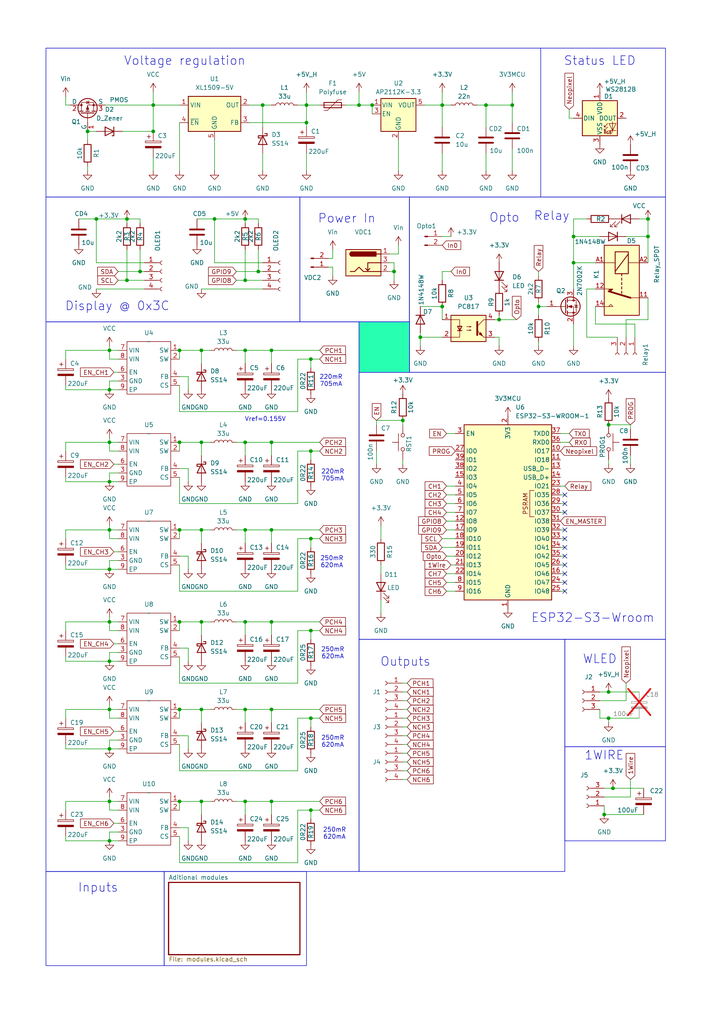
<source format=kicad_sch>
(kicad_sch (version 20231120) (generator "eeschema") (generator_version "8.0")
  (paper "A4" portrait)
  (junction (at 177.8 228.6))
  (junction (at 27.94 63.5))
  (junction (at 31.75 153.67))
  (junction (at 31.75 232.41))
  (junction (at 40.64 78.74))
  (junction (at 107.95 30.48))
  (junction (at 52.07 180.34))
  (junction (at 90.17 156.21))
  (junction (at 31.75 113.03))
  (junction (at 78.74 205.74))
  (junction (at 90.17 208.28))
  (junction (at 44.45 30.48))
  (junction (at 76.2 30.48))
  (junction (at 31.75 165.1))
  (junction (at 156.21 88.9))
  (junction (at 52.07 153.67))
  (junction (at 52.07 128.27))
  (junction (at 58.42 128.27))
  (junction (at 90.17 104.14))
  (junction (at 78.74 232.41))
  (junction (at 144.78 92.71))
  (junction (at 166.37 68.58))
  (junction (at 71.12 128.27))
  (junction (at 71.12 63.5))
  (junction (at 176.53 208.28))
  (junction (at 104.14 30.48))
  (junction (at 140.97 30.48))
  (junction (at 36.83 81.28))
  (junction (at 71.12 153.67))
  (junction (at 31.75 139.7))
  (junction (at 52.07 205.74))
  (junction (at 58.42 153.67))
  (junction (at 114.3 78.74))
  (junction (at 25.4 38.1))
  (junction (at 31.75 217.17))
  (junction (at 121.92 97.79))
  (junction (at 187.96 68.58))
  (junction (at 71.12 232.41))
  (junction (at 90.17 130.81))
  (junction (at 44.45 38.1))
  (junction (at 62.23 63.5))
  (junction (at 148.59 30.48))
  (junction (at 58.42 232.41))
  (junction (at 36.83 63.5))
  (junction (at 71.12 101.6))
  (junction (at 116.84 121.92))
  (junction (at 31.75 180.34))
  (junction (at 90.17 182.88))
  (junction (at 90.17 234.95))
  (junction (at 52.07 101.6))
  (junction (at 31.75 243.84))
  (junction (at 31.75 205.74))
  (junction (at 78.74 128.27))
  (junction (at 128.27 88.9))
  (junction (at 58.42 205.74))
  (junction (at 58.42 180.34))
  (junction (at 52.07 232.41))
  (junction (at 176.53 200.66))
  (junction (at 71.12 205.74))
  (junction (at 78.74 180.34))
  (junction (at 31.75 191.77))
  (junction (at 88.9 30.48))
  (junction (at 71.12 180.34))
  (junction (at 78.74 153.67))
  (junction (at 166.37 76.2))
  (junction (at 71.12 81.28))
  (junction (at 74.93 78.74))
  (junction (at 31.75 128.27))
  (junction (at 176.53 123.19))
  (junction (at 88.9 35.56))
  (junction (at 78.74 101.6))
  (junction (at 58.42 101.6))
  (junction (at 128.27 30.48))
  (junction (at 175.26 236.22))
  (junction (at 31.75 101.6))
  (junction (at 187.96 63.5))
  (no_connect (at 163.83 148.59))
  (no_connect (at 163.83 171.45))
  (no_connect (at 163.83 146.05))
  (no_connect (at 163.83 156.21))
  (no_connect (at 163.83 168.91))
  (no_connect (at 163.83 153.67))
  (no_connect (at 163.83 166.37))
  (no_connect (at 163.83 143.51))
  (no_connect (at 163.83 161.29))
  (no_connect (at 163.83 163.83))
  (no_connect (at 163.83 158.75))
  (wire (pts (xy 52.07 135.89) (xy 54.61 135.89)))
  (wire (pts (xy 116.84 223.52) (xy 118.11 223.52)))
  (wire (pts (xy 19.05 27.94) (xy 19.05 30.48)))
  (wire (pts (xy 76.2 30.48) (xy 78.74 30.48)))
  (wire (pts (xy 62.23 76.2) (xy 76.2 76.2)))
  (wire (pts (xy 116.84 226.06) (xy 118.11 226.06)))
  (wire (pts (xy 78.74 180.34) (xy 78.74 184.15)))
  (wire (pts (xy 129.54 161.29) (xy 132.08 161.29)))
  (wire (pts (xy 173.99 200.66) (xy 176.53 200.66)))
  (wire (pts (xy 165.1 128.27) (xy 162.56 128.27)))
  (wire (pts (xy 115.57 40.64) (xy 115.57 49.53)))
  (wire (pts (xy 129.54 168.91) (xy 132.08 168.91)))
  (wire (pts (xy 36.83 81.28) (xy 41.91 81.28)))
  (wire (pts (xy 54.61 109.22) (xy 54.61 113.03)))
  (wire (pts (xy 175.26 231.14) (xy 182.88 231.14)))
  (wire (pts (xy 128.27 30.48) (xy 130.81 30.48)))
  (wire (pts (xy 31.75 153.67) (xy 31.75 156.21)))
  (wire (pts (xy 25.4 40.64) (xy 25.4 38.1)))
  (wire (pts (xy 179.07 97.79) (xy 170.18 97.79)))
  (wire (pts (xy 175.26 228.6) (xy 177.8 228.6)))
  (wire (pts (xy 76.2 30.48) (xy 72.39 30.48)))
  (wire (pts (xy 187.96 92.71) (xy 187.96 86.36)))
  (wire (pts (xy 71.12 180.34) (xy 78.74 180.34)))
  (wire (pts (xy 19.05 190.5) (xy 19.05 191.77)))
  (wire (pts (xy 109.22 123.19) (xy 109.22 121.92)))
  (wire (pts (xy 58.42 128.27) (xy 60.96 128.27)))
  (wire (pts (xy 116.84 198.12) (xy 118.11 198.12)))
  (wire (pts (xy 113.03 78.74) (xy 114.3 78.74)))
  (wire (pts (xy 140.97 30.48) (xy 140.97 36.83)))
  (wire (pts (xy 165.1 125.73) (xy 162.56 125.73)))
  (wire (pts (xy 58.42 232.41) (xy 60.96 232.41)))
  (wire (pts (xy 148.59 35.56) (xy 148.59 30.48)))
  (wire (pts (xy 130.81 78.74) (xy 128.27 78.74)))
  (wire (pts (xy 165.1 34.29) (xy 166.37 34.29)))
  (wire (pts (xy 166.37 76.2) (xy 172.72 76.2)))
  (wire (pts (xy 144.78 100.33) (xy 144.78 97.79)))
  (wire (pts (xy 74.93 64.77) (xy 74.93 63.5)))
  (wire (pts (xy 34.29 110.49) (xy 31.75 110.49)))
  (wire (pts (xy 34.29 162.56) (xy 31.75 162.56)))
  (wire (pts (xy 52.07 171.45) (xy 86.36 171.45)))
  (wire (pts (xy 52.07 250.19) (xy 86.36 250.19)))
  (wire (pts (xy 31.75 231.14) (xy 31.75 232.41)))
  (wire (pts (xy 31.75 153.67) (xy 34.29 153.67)))
  (wire (pts (xy 19.05 243.84) (xy 31.75 243.84)))
  (wire (pts (xy 78.74 101.6) (xy 92.71 101.6)))
  (wire (pts (xy 19.05 101.6) (xy 31.75 101.6)))
  (wire (pts (xy 31.75 214.63) (xy 31.75 217.17)))
  (wire (pts (xy 52.07 49.53) (xy 52.07 35.56)))
  (wire (pts (xy 181.61 92.71) (xy 187.96 92.71)))
  (wire (pts (xy 90.17 185.42) (xy 90.17 182.88)))
  (wire (pts (xy 52.07 153.67) (xy 58.42 153.67)))
  (wire (pts (xy 182.88 132.08) (xy 182.88 134.62)))
  (polyline (pts (xy 156.845 13.97) (xy 156.845 57.15)))
  (wire (pts (xy 78.74 153.67) (xy 92.71 153.67)))
  (wire (pts (xy 57.15 63.5) (xy 62.23 63.5)))
  (wire (pts (xy 19.05 191.77) (xy 31.75 191.77)))
  (wire (pts (xy 107.95 30.48) (xy 107.95 33.02)))
  (wire (pts (xy 33.02 186.69) (xy 34.29 186.69)))
  (wire (pts (xy 31.75 205.74) (xy 34.29 205.74)))
  (wire (pts (xy 71.12 205.74) (xy 68.58 205.74)))
  (wire (pts (xy 78.74 232.41) (xy 78.74 236.22)))
  (wire (pts (xy 58.42 153.67) (xy 58.42 157.48)))
  (wire (pts (xy 58.42 180.34) (xy 60.96 180.34)))
  (wire (pts (xy 31.75 241.3) (xy 31.75 243.84)))
  (wire (pts (xy 110.49 173.99) (xy 110.49 177.8)))
  (wire (pts (xy 31.75 128.27) (xy 31.75 130.81)))
  (wire (pts (xy 109.22 121.92) (xy 116.84 121.92)))
  (wire (pts (xy 19.05 205.74) (xy 31.75 205.74)))
  (wire (pts (xy 76.2 36.83) (xy 76.2 30.48)))
  (wire (pts (xy 71.12 232.41) (xy 68.58 232.41)))
  (wire (pts (xy 176.53 123.19) (xy 182.88 123.19)))
  (wire (pts (xy 144.78 91.44) (xy 144.78 92.71)))
  (wire (pts (xy 116.84 133.35) (xy 116.84 134.62)))
  (wire (pts (xy 52.07 240.03) (xy 54.61 240.03)))
  (wire (pts (xy 116.84 213.36) (xy 118.11 213.36)))
  (wire (pts (xy 19.05 156.21) (xy 19.05 153.67)))
  (wire (pts (xy 19.05 215.9) (xy 19.05 217.17)))
  (wire (pts (xy 78.74 128.27) (xy 92.71 128.27)))
  (wire (pts (xy 78.74 128.27) (xy 78.74 132.08)))
  (wire (pts (xy 31.75 152.4) (xy 31.75 153.67)))
  (wire (pts (xy 130.81 163.83) (xy 132.08 163.83)))
  (wire (pts (xy 74.93 63.5) (xy 71.12 63.5)))
  (wire (pts (xy 52.07 180.34) (xy 52.07 182.88)))
  (wire (pts (xy 34.29 81.28) (xy 36.83 81.28)))
  (wire (pts (xy 173.99 203.2) (xy 181.61 203.2)))
  (wire (pts (xy 90.17 208.28) (xy 92.71 208.28)))
  (wire (pts (xy 40.64 64.77) (xy 40.64 63.5)))
  (wire (pts (xy 62.23 40.64) (xy 62.23 49.53)))
  (wire (pts (xy 54.61 161.29) (xy 54.61 165.1)))
  (wire (pts (xy 163.83 158.75) (xy 162.56 158.75)))
  (wire (pts (xy 71.12 180.34) (xy 68.58 180.34)))
  (wire (pts (xy 95.25 77.47) (xy 96.52 77.47)))
  (wire (pts (xy 52.07 119.38) (xy 86.36 119.38)))
  (wire (pts (xy 31.75 243.84) (xy 34.29 243.84)))
  (wire (pts (xy 86.36 104.14) (xy 90.17 104.14)))
  (wire (pts (xy 128.27 158.75) (xy 132.08 158.75)))
  (wire (pts (xy 58.42 180.34) (xy 58.42 184.15)))
  (wire (pts (xy 31.75 127) (xy 31.75 128.27)))
  (wire (pts (xy 88.9 30.48) (xy 88.9 35.56)))
  (wire (pts (xy 187.96 68.58) (xy 187.96 76.2)))
  (wire (pts (xy 88.9 26.67) (xy 88.9 30.48)))
  (wire (pts (xy 88.9 30.48) (xy 92.71 30.48)))
  (wire (pts (xy 52.07 146.05) (xy 86.36 146.05)))
  (wire (pts (xy 166.37 63.5) (xy 166.37 68.58)))
  (wire (pts (xy 31.75 101.6) (xy 31.75 104.14)))
  (wire (pts (xy 175.26 233.68) (xy 175.26 236.22)))
  (wire (pts (xy 71.12 153.67) (xy 78.74 153.67)))
  (wire (pts (xy 90.17 106.68) (xy 90.17 104.14)))
  (wire (pts (xy 27.94 63.5) (xy 36.83 63.5)))
  (wire (pts (xy 128.27 156.21) (xy 132.08 156.21)))
  (wire (pts (xy 34.29 137.16) (xy 31.75 137.16)))
  (wire (pts (xy 78.74 205.74) (xy 92.71 205.74)))
  (wire (pts (xy 31.75 232.41) (xy 31.75 234.95)))
  (wire (pts (xy 71.12 205.74) (xy 78.74 205.74)))
  (wire (pts (xy 115.57 73.66) (xy 113.03 73.66)))
  (wire (pts (xy 116.84 200.66) (xy 118.11 200.66)))
  (wire (pts (xy 52.07 232.41) (xy 52.07 234.95)))
  (wire (pts (xy 71.12 236.22) (xy 71.12 232.41)))
  (wire (pts (xy 52.07 223.52) (xy 86.36 223.52)))
  (wire (pts (xy 52.07 163.83) (xy 52.07 171.45)))
  (wire (pts (xy 173.99 205.74) (xy 173.99 208.28)))
  (wire (pts (xy 166.37 68.58) (xy 166.37 76.2)))
  (wire (pts (xy 128.27 49.53) (xy 128.27 44.45)))
  (wire (pts (xy 44.45 30.48) (xy 52.07 30.48)))
  (wire (pts (xy 78.74 101.6) (xy 78.74 105.41)))
  (wire (pts (xy 58.42 101.6) (xy 58.42 105.41)))
  (wire (pts (xy 27.94 76.2) (xy 41.91 76.2)))
  (wire (pts (xy 170.18 63.5) (xy 166.37 63.5)))
  (wire (pts (xy 86.36 146.05) (xy 86.36 130.81)))
  (wire (pts (xy 86.36 208.28) (xy 90.17 208.28)))
  (wire (pts (xy 74.93 72.39) (xy 74.93 78.74)))
  (wire (pts (xy 71.12 81.28) (xy 76.2 81.28)))
  (wire (pts (xy 187.96 63.5) (xy 187.96 68.58)))
  (wire (pts (xy 86.36 119.38) (xy 86.36 104.14)))
  (wire (pts (xy 163.83 161.29) (xy 162.56 161.29)))
  (wire (pts (xy 163.83 156.21) (xy 162.56 156.21)))
  (wire (pts (xy 71.12 64.77) (xy 71.12 63.5)))
  (wire (pts (xy 19.05 111.76) (xy 19.05 113.03)))
  (wire (pts (xy 33.02 107.95) (xy 34.29 107.95)))
  (wire (pts (xy 34.29 189.23) (xy 31.75 189.23)))
  (wire (pts (xy 114.3 78.74) (xy 114.3 81.28)))
  (wire (pts (xy 58.42 205.74) (xy 58.42 209.55)))
  (wire (pts (xy 19.05 232.41) (xy 31.75 232.41)))
  (wire (pts (xy 163.83 171.45) (xy 162.56 171.45)))
  (wire (pts (xy 129.54 166.37) (xy 132.08 166.37)))
  (wire (pts (xy 52.07 198.12) (xy 86.36 198.12)))
  (wire (pts (xy 31.75 180.34) (xy 34.29 180.34)))
  (wire (pts (xy 33.02 134.62) (xy 34.29 134.62)))
  (wire (pts (xy 148.59 43.18) (xy 148.59 49.53)))
  (wire (pts (xy 44.45 26.67) (xy 44.45 30.48)))
  (wire (pts (xy 58.42 83.82) (xy 76.2 83.82)))
  (wire (pts (xy 71.12 232.41) (xy 78.74 232.41)))
  (wire (pts (xy 36.83 72.39) (xy 36.83 81.28)))
  (wire (pts (xy 36.83 64.77) (xy 36.83 63.5)))
  (wire (pts (xy 71.12 128.27) (xy 78.74 128.27)))
  (wire (pts (xy 31.75 204.47) (xy 31.75 205.74)))
  (wire (pts (xy 27.94 63.5) (xy 27.94 76.2)))
  (wire (pts (xy 22.86 63.5) (xy 27.94 63.5)))
  (wire (pts (xy 88.9 35.56) (xy 88.9 36.83)))
  (wire (pts (xy 78.74 232.41) (xy 92.71 232.41)))
  (wire (pts (xy 33.02 160.02) (xy 34.29 160.02)))
  (wire (pts (xy 52.07 180.34) (xy 58.42 180.34)))
  (wire (pts (xy 165.1 31.75) (xy 165.1 34.29)))
  (wire (pts (xy 100.33 30.48) (xy 104.14 30.48)))
  (wire (pts (xy 163.83 168.91) (xy 162.56 168.91)))
  (wire (pts (xy 19.05 30.48) (xy 20.32 30.48)))
  (wire (pts (xy 34.29 130.81) (xy 31.75 130.81)))
  (wire (pts (xy 34.29 208.28) (xy 31.75 208.28)))
  (wire (pts (xy 31.75 205.74) (xy 31.75 208.28)))
  (wire (pts (xy 68.58 81.28) (xy 71.12 81.28)))
  (wire (pts (xy 129.54 140.97) (xy 132.08 140.97)))
  (wire (pts (xy 129.54 171.45) (xy 132.08 171.45)))
  (wire (pts (xy 184.15 93.98) (xy 172.72 93.98)))
  (wire (pts (xy 31.75 180.34) (xy 31.75 182.88)))
  (wire (pts (xy 19.05 163.83) (xy 19.05 165.1)))
  (wire (pts (xy 163.83 163.83) (xy 162.56 163.83)))
  (wire (pts (xy 71.12 132.08) (xy 71.12 128.27)))
  (wire (pts (xy 128.27 92.71) (xy 128.27 88.9)))
  (wire (pts (xy 182.88 226.06) (xy 182.88 231.14)))
  (wire (pts (xy 62.23 63.5) (xy 62.23 76.2)))
  (wire (pts (xy 71.12 101.6) (xy 68.58 101.6)))
  (wire (pts (xy 78.74 153.67) (xy 78.74 157.48)))
  (wire (pts (xy 156.21 78.74) (xy 156.21 80.01)))
  (wire (pts (xy 71.12 184.15) (xy 71.12 180.34)))
  (wire (pts (xy 140.97 30.48) (xy 138.43 30.48)))
  (wire (pts (xy 76.2 44.45) (xy 76.2 49.53)))
  (wire (pts (xy 86.36 250.19) (xy 86.36 234.95)))
  (wire (pts (xy 31.75 113.03) (xy 34.29 113.03)))
  (wire (pts (xy 78.74 180.34) (xy 92.71 180.34)))
  (wire (pts (xy 52.07 161.29) (xy 54.61 161.29)))
  (wire (pts (xy 86.36 223.52) (xy 86.36 208.28)))
  (wire (pts (xy 90.17 210.82) (xy 90.17 208.28)))
  (wire (pts (xy 128.27 26.67) (xy 128.27 30.48)))
  (wire (pts (xy 19.05 153.67) (xy 31.75 153.67)))
  (wire (pts (xy 52.07 101.6) (xy 52.07 104.14)))
  (wire (pts (xy 71.12 209.55) (xy 71.12 205.74)))
  (wire (pts (xy 96.52 77.47) (xy 96.52 80.01)))
  (wire (pts (xy 90.17 158.75) (xy 90.17 156.21)))
  (wire (pts (xy 177.8 228.6) (xy 186.69 228.6)))
  (wire (pts (xy 34.29 104.14) (xy 31.75 104.14)))
  (wire (pts (xy 31.75 110.49) (xy 31.75 113.03)))
  (wire (pts (xy 181.61 92.71) (xy 181.61 97.79)))
  (wire (pts (xy 54.61 213.36) (xy 54.61 217.17)))
  (wire (pts (xy 181.61 68.58) (xy 187.96 68.58)))
  (wire (pts (xy 19.05 139.7) (xy 31.75 139.7)))
  (wire (pts (xy 113.03 76.2) (xy 114.3 76.2)))
  (wire (pts (xy 143.51 92.71) (xy 144.78 92.71)))
  (wire (pts (xy 130.81 68.58) (xy 128.27 68.58)))
  (wire (pts (xy 104.14 30.48) (xy 107.95 30.48)))
  (wire (pts (xy 31.75 191.77) (xy 34.29 191.77)))
  (wire (pts (xy 31.75 189.23) (xy 31.75 191.77)))
  (wire (pts (xy 140.97 30.48) (xy 148.59 30.48)))
  (wire (pts (xy 109.22 130.81) (xy 109.22 134.62)))
  (wire (pts (xy 116.84 203.2) (xy 118.11 203.2)))
  (wire (pts (xy 19.05 180.34) (xy 31.75 180.34)))
  (wire (pts (xy 90.17 130.81) (xy 92.71 130.81)))
  (wire (pts (xy 31.75 101.6) (xy 34.29 101.6)))
  (wire (pts (xy 156.21 91.44) (xy 156.21 88.9)))
  (wire (pts (xy 27.94 83.82) (xy 41.91 83.82)))
  (wire (pts (xy 104.14 26.67) (xy 104.14 30.48)))
  (wire (pts (xy 19.05 113.03) (xy 31.75 113.03)))
  (wire (pts (xy 163.83 153.67) (xy 162.56 153.67)))
  (wire (pts (xy 176.53 200.66) (xy 185.42 200.66)))
  (wire (pts (xy 116.84 208.28) (xy 118.11 208.28)))
  (wire (pts (xy 88.9 44.45) (xy 88.9 49.53)))
  (wire (pts (xy 110.49 152.4) (xy 110.49 156.21)))
  (wire (pts (xy 148.59 26.67) (xy 148.59 30.48)))
  (wire (pts (xy 33.02 212.09) (xy 34.29 212.09)))
  (wire (pts (xy 173.99 208.28) (xy 176.53 208.28)))
  (wire (pts (xy 96.52 74.93) (xy 96.52 72.39)))
  (wire (pts (xy 110.49 163.83) (xy 110.49 166.37)))
  (wire (pts (xy 34.29 241.3) (xy 31.75 241.3)))
  (wire (pts (xy 163.83 166.37) (xy 162.56 166.37)))
  (wire (pts (xy 35.56 38.1) (xy 44.45 38.1)))
  (wire (pts (xy 90.17 133.35) (xy 90.17 130.81)))
  (wire (pts (xy 52.07 128.27) (xy 58.42 128.27)))
  (wire (pts (xy 86.36 198.12) (xy 86.36 182.88)))
  (wire (pts (xy 115.57 71.12) (xy 115.57 73.66)))
  (wire (pts (xy 86.36 156.21) (xy 90.17 156.21)))
  (wire (pts (xy 31.75 100.33) (xy 31.75 101.6)))
  (wire (pts (xy 90.17 234.95) (xy 92.71 234.95)))
  (wire (pts (xy 170.18 83.82) (xy 172.72 83.82)))
  (wire (pts (xy 90.17 182.88) (xy 92.71 182.88)))
  (wire (pts (xy 176.53 208.28) (xy 185.42 208.28)))
  (wire (pts (xy 52.07 109.22) (xy 54.61 109.22)))
  (wire (pts (xy 58.42 101.6) (xy 60.96 101.6)))
  (wire (pts (xy 90.17 104.14) (xy 92.71 104.14)))
  (wire (pts (xy 86.36 30.48) (xy 88.9 30.48)))
  (wire (pts (xy 52.07 187.96) (xy 54.61 187.96)))
  (wire (pts (xy 163.83 146.05) (xy 162.56 146.05)))
  (wire (pts (xy 31.75 128.27) (xy 34.29 128.27)))
  (wire (pts (xy 184.15 97.79) (xy 184.15 93.98)))
  (wire (pts (xy 86.36 171.45) (xy 86.36 156.21)))
  (wire (pts (xy 181.61 198.12) (xy 181.61 203.2)))
  (wire (pts (xy 52.07 128.27) (xy 52.07 130.81)))
  (wire (pts (xy 52.07 205.74) (xy 58.42 205.74)))
  (wire (pts (xy 44.45 30.48) (xy 44.45 38.1)))
  (wire (pts (xy 52.07 153.67) (xy 52.07 156.21)))
  (wire (pts (xy 116.84 210.82) (xy 118.11 210.82)))
  (wire (pts (xy 90.17 156.21) (xy 92.71 156.21)))
  (wire (pts (xy 19.05 234.95) (xy 19.05 232.41)))
  (wire (pts (xy 144.78 97.79) (xy 143.51 97.79)))
  (wire (pts (xy 182.88 124.46) (xy 182.88 123.19)))
  (wire (pts (xy 175.26 236.22) (xy 186.69 236.22)))
  (wire (pts (xy 31.75 179.07) (xy 31.75 180.34)))
  (wire (pts (xy 40.64 72.39) (xy 40.64 78.74)))
  (wire (pts (xy 58.42 232.41) (xy 58.42 236.22)))
  (wire (pts (xy 116.84 220.98) (xy 118.11 220.98)))
  (wire (pts (xy 52.07 242.57) (xy 52.07 250.19)))
  (wire (pts (xy 74.93 78.74) (xy 76.2 78.74)))
  (wire (pts (xy 156.21 87.63) (xy 156.21 88.9)))
  (wire (pts (xy 90.17 237.49) (xy 90.17 234.95)))
  (wire (pts (xy 129.54 151.13) (xy 132.08 151.13)))
  (wire (pts (xy 31.75 139.7) (xy 34.29 139.7)))
  (wire (pts (xy 173.99 68.58) (xy 166.37 68.58)))
  (wire (pts (xy 19.05 217.17) (xy 31.75 217.17)))
  (wire (pts (xy 52.07 205.74) (xy 52.07 208.28)))
  (wire (pts (xy 40.64 78.74) (xy 41.91 78.74)))
  (wire (pts (xy 52.07 101.6) (xy 58.42 101.6)))
  (wire (pts (xy 34.29 78.74) (xy 40.64 78.74)))
  (wire (pts (xy 19.05 130.81) (xy 19.05 128.27)))
  (wire (pts (xy 54.61 240.03) (xy 54.61 243.84)))
  (wire (pts (xy 52.07 215.9) (xy 52.07 223.52)))
  (wire (pts (xy 129.54 125.73) (xy 132.08 125.73)))
  (wire (pts (xy 52.07 111.76) (xy 52.07 119.38)))
  (wire (pts (xy 116.84 215.9) (xy 118.11 215.9)))
  (wire (pts (xy 19.05 128.27) (xy 31.75 128.27)))
  (wire (pts (xy 129.54 143.51) (xy 132.08 143.51)))
  (wire (pts (xy 19.05 182.88) (xy 19.05 180.34)))
  (wire (pts (xy 58.42 205.74) (xy 60.96 205.74)))
  (wire (pts (xy 170.18 97.79) (xy 170.18 83.82)))
  (wire (pts (xy 52.07 232.41) (xy 58.42 232.41)))
  (wire (pts (xy 140.97 44.45) (xy 140.97 49.53)))
  (wire (pts (xy 163.83 143.51) (xy 162.56 143.51)))
  (wire (pts (xy 19.05 165.1) (xy 31.75 165.1)))
  (wire (pts (xy 128.27 36.83) (xy 128.27 30.48)))
  (wire (pts (xy 25.4 49.53) (xy 25.4 48.26)))
  (wire (pts (xy 19.05 104.14) (xy 19.05 101.6)))
  (wire (pts (xy 31.75 165.1) (xy 34.29 165.1)))
  (wire (pts (xy 34.29 182.88) (xy 31.75 182.88)))
  (wire (pts (xy 156.21 99.06) (xy 156.21 100.33)))
  (wire (pts (xy 95.25 74.93) (xy 96.52 74.93)))
  (wire (pts (xy 31.75 232.41) (xy 34.29 232.41)))
  (wire (pts (xy 71.12 105.41) (xy 71.12 101.6)))
  (wire (pts (xy 34.29 234.95) (xy 31.75 234.95)))
  (wire (pts (xy 78.74 205.74) (xy 78.74 209.55)))
  (wire (pts (xy 129.54 146.05) (xy 132.08 146.05)))
  (wire (pts (xy 116.84 121.92) (xy 116.84 123.19)))
  (wire (pts (xy 31.75 137.16) (xy 31.75 139.7)))
  (wire (pts (xy 156.21 88.9) (xy 158.75 88.9)))
  (wire (pts (xy 121.92 88.9) (xy 128.27 88.9)))
  (wire (pts (xy 116.84 205.74) (xy 118.11 205.74)))
  (wire (pts (xy 86.36 234.95) (xy 90.17 234.95)))
  (wire (pts (xy 86.36 182.88) (xy 90.17 182.88)))
  (wire (pts (xy 58.42 128.27) (xy 58.42 132.08)))
  (wire (pts (xy 33.02 238.76) (xy 34.29 238.76)))
  (wire (pts (xy 52.07 213.36) (xy 54.61 213.36)))
  (wire (pts (xy 72.39 35.56) (xy 88.9 35.56)))
  (wire (pts (xy 34.29 156.21) (xy 31.75 156.21)))
  (wire (pts (xy 114.3 76.2) (xy 114.3 78.74)))
  (wire (pts (xy 116.84 218.44) (xy 118.11 218.44)))
  (wire (pts (xy 129.54 153.67) (xy 132.08 153.67)))
  (wire (pts (xy 30.48 30.48) (xy 44.45 30.48)))
  (wire (pts (xy 129.54 148.59) (xy 132.08 148.59)))
  (wire (pts (xy 86.36 130.81) (xy 90.17 130.81)))
  (wire (pts (xy 185.42 63.5) (xy 187.96 63.5)))
  (wire (pts (xy 163.83 140.97) (xy 162.56 140.97)))
  (wire (pts (xy 121.92 96.52) (xy 121.92 97.79)))
  (wire (pts (xy 121.92 97.79) (xy 121.92 100.33)))
  (wire (pts (xy 166.37 93.98) (xy 166.37 100.33)))
  (wire (pts (xy 52.07 138.43) (xy 52.07 146.05)))
  (wire (pts (xy 19.05 138.43) (xy 19.05 139.7)))
  (wire (pts (xy 58.42 153.67) (xy 60.96 153.67)))
  (wire (pts (xy 163.83 148.59) (xy 162.56 148.59)))
  (wire (pts (xy 68.58 78.74) (xy 74.93 78.74)))
  (wire (pts (xy 52.07 190.5) (xy 52.07 198.12)))
  (wire (pts (xy 19.05 208.28) (xy 19.05 205.74)))
  (wire (pts (xy 128.27 78.74) (xy 128.27 81.28)))
  (wire (pts (xy 166.37 76.2) (xy 166.37 83.82)))
  (wire (pts (xy 71.12 128.27) (xy 68.58 128.27)))
  (wire (pts (xy 144.78 92.71) (xy 149.86 92.71)))
  (wire (pts (xy 123.19 30.48) (xy 128.27 30.48)))
  (wire (pts (xy 176.53 208.28) (xy 176.53 209.55)))
  (wire (pts (xy 172.72 93.98) (xy 172.72 88.9)))
  (wire (pts (xy 40.64 63.5) (xy 36.83 63.5)))
  (wire (pts (xy 54.61 187.96) (xy 54.61 191.77)))
  (wire (pts (xy 62.23 63.5) (xy 71.12 63.5)))
  (wire (pts (xy 44.45 45.72) (xy 44.45 49.53)))
  (wire (pts (xy 71.12 153.67) (xy 68.58 153.67)))
  (wire (pts (xy 19.05 242.57) (xy 19.05 243.84)))
  (wire (pts (xy 71.12 157.48) (xy 71.12 153.67)))
  (wire (pts (xy 31.75 162.56) (xy 31.75 165.1)))
  (wire (pts (xy 71.12 81.28) (xy 71.12 72.39)))
  (wire (pts (xy 34.29 214.63) (xy 31.75 214.63)))
  (wire (pts (xy 31.75 217.17) (xy 34.29 217.17)))
  (wire (pts (xy 121.92 97.79) (xy 128.27 97.79)))
  (wire (pts (xy 71.12 101.6) (xy 78.74 101.6)))
  (wire (pts (xy 176.53 133.35) (xy 176.53 134.62)))
  (wire (pts (xy 54.61 135.89) (xy 54.61 139.7)))
  (wire (pts (xy 25.4 38.1) (xy 27.94 38.1)))
  (rectangle (start 104.14 107.95) (end 193.04 185.42))
  (rectangle (start 104.14 93.345) (end 118.745 107.95) (fill (type color) (color 39 255 177 1)))
  (rectangle (start 13.335 57.15) (end 86.995 93.345))
  (rectangle (start 163.83 216.535) (end 193.04 243.84))
  (rectangle (start 13.335 13.97) (end 193.04 57.15))
  (rectangle (start 47.625 252.73) (end 88.9 280.035))
  (rectangle (start 104.14 185.42) (end 163.83 252.73))
  (rectangle (start 13.335 252.73) (end 47.625 280.035))
  (rectangle (start 163.83 185.42) (end 193.04 216.535))
  (rectangle (start 86.995 57.15) (end 118.745 93.345))
  (rectangle (start 118.745 57.15) (end 193.04 107.95))
  (rectangle (start 13.335 93.345) (end 104.14 252.73))
  (text "250mR\n620mA" (at 96.266 163.068 0) (effects (font (size 1.27 1.27))))
  (text "WLED" (at 173.99 191.262 0) (effects (font (size 2.54 2.54))))
  (text "Power In" (at 100.584 63.5 0) (effects (font (size 2.54 2.54))))
  (text "220mR\n705mA" (at 96.012 110.49 0) (effects (font (size 1.27 1.27))))
  (text "250mR\n620mA" (at 97.028 241.808 0) (effects (font (size 1.27 1.27))))
  (text "250mR\n620mA" (at 96.52 189.484 0) (effects (font (size 1.27 1.27))))
  (text "250mR\n620mA" (at 96.52 215.138 0) (effects (font (size 1.27 1.27))))
  (text "Status LED" (at 173.99 17.78 0) (effects (font (size 2.54 2.54))))
  (text "220mR\n705mA" (at 96.52 137.922 0) (effects (font (size 1.27 1.27))))
  (text "ESP32-S3-Wroom" (at 171.958 179.324 0) (effects (font (size 2.54 2.54))))
  (text "Display @ 0x3C" (at 34.036 88.9 0) (effects (font (size 2.54 2.54))))
  (text "Outputs" (at 117.602 192.024 0) (effects (font (size 2.54 2.54))))
  (text "Relay" (at 160.02 62.738 0) (effects (font (size 2.54 2.54))))
  (text "Inputs" (at 28.448 257.556 0) (effects (font (size 2.54 2.54))))
  (text "1WIRE" (at 175.26 219.202 0) (effects (font (size 2.54 2.54))))
  (text "Voltage regulation" (at 53.594 17.78 0) (effects (font (size 2.54 2.54))))
  (text "Vref=0.155V" (at 76.962 121.666 0) (effects (font (size 1.27 1.27))))
  (text "Opto" (at 146.304 63.246 0) (effects (font (size 2.54 2.54))))
  (global_label "EN_CH2" (shape input) (at 33.02 134.62 180) (property "Intersheetrefs" "${INTERSHEET_REFS}" (effects (hide yes))))
  (global_label "PCH1" (shape input) (at 92.71 101.6 0) (property "Intersheetrefs" "${INTERSHEET_REFS}" (effects (hide yes))))
  (global_label "PCH3" (shape input) (at 92.71 153.67 0) (property "Intersheetrefs" "${INTERSHEET_REFS}" (effects (hide yes))))
  (global_label "PCH2" (shape input) (at 92.71 128.27 0) (property "Intersheetrefs" "${INTERSHEET_REFS}" (effects (hide yes))))
  (global_label "SCL" (shape input) (at 34.29 81.28 180) (property "Intersheetrefs" "${INTERSHEET_REFS}" (effects (hide yes))))
  (global_label "EN_CH4" (shape input) (at 33.02 186.69 180) (property "Intersheetrefs" "${INTERSHEET_REFS}" (effects (hide yes))))
  (global_label "CH1" (shape input) (at 129.54 140.97 180) (property "Intersheetrefs" "${INTERSHEET_REFS}" (effects (hide yes))))
  (global_label "PCH2" (shape input) (at 118.11 203.2 0) (property "Intersheetrefs" "${INTERSHEET_REFS}" (effects (hide yes))))
  (global_label "NCH2" (shape input) (at 92.71 130.81 0) (property "Intersheetrefs" "${INTERSHEET_REFS}" (effects (hide yes))))
  (global_label "EN_CH3" (shape input) (at 33.02 160.02 180) (property "Intersheetrefs" "${INTERSHEET_REFS}" (effects (hide yes))))
  (global_label "PROG" (shape input) (at 132.08 130.81 180) (property "Intersheetrefs" "${INTERSHEET_REFS}" (effects (hide yes))))
  (global_label "NCH3" (shape input) (at 92.71 156.21 0) (property "Intersheetrefs" "${INTERSHEET_REFS}" (effects (hide yes))))
  (global_label "EN_CH1" (shape input) (at 33.02 107.95 180) (property "Intersheetrefs" "${INTERSHEET_REFS}" (effects (hide yes))))
  (global_label "GPIO9" (shape input) (at 129.54 153.67 180) (property "Intersheetrefs" "${INTERSHEET_REFS}" (effects (hide yes))))
  (global_label "NCH5" (shape input) (at 92.71 208.28 0) (property "Intersheetrefs" "${INTERSHEET_REFS}" (effects (hide yes))))
  (global_label "EN_MASTER" (shape input) (at 162.56 151.13 0) (property "Intersheetrefs" "${INTERSHEET_REFS}" (effects (hide yes))))
  (global_label "Opto" (shape input) (at 129.54 161.29 180) (property "Intersheetrefs" "${INTERSHEET_REFS}" (effects (hide yes))))
  (global_label "NCH3" (shape input) (at 118.11 210.82 0) (property "Intersheetrefs" "${INTERSHEET_REFS}" (effects (hide yes))))
  (global_label "NCH1" (shape input) (at 92.71 104.14 0) (property "Intersheetrefs" "${INTERSHEET_REFS}" (effects (hide yes))))
  (global_label "CH3" (shape input) (at 129.54 146.05 180) (property "Intersheetrefs" "${INTERSHEET_REFS}" (effects (hide yes))))
  (global_label "GPIO9" (shape input) (at 68.58 78.74 180) (property "Intersheetrefs" "${INTERSHEET_REFS}" (effects (hide yes))))
  (global_label "CH7" (shape input) (at 129.54 166.37 180) (property "Intersheetrefs" "${INTERSHEET_REFS}" (effects (hide yes))))
  (global_label "RX0" (shape input) (at 165.1 128.27 0) (property "Intersheetrefs" "${INTERSHEET_REFS}" (effects (hide yes))))
  (global_label "PCH6" (shape input) (at 92.71 232.41 0) (property "Intersheetrefs" "${INTERSHEET_REFS}" (effects (hide yes))))
  (global_label "TX0" (shape input) (at 165.1 125.73 0) (property "Intersheetrefs" "${INTERSHEET_REFS}" (effects (hide yes))))
  (global_label "EN" (shape input) (at 129.54 125.73 180) (property "Intersheetrefs" "${INTERSHEET_REFS}" (effects (hide yes))))
  (global_label "NCH6" (shape input) (at 92.71 234.95 0) (property "Intersheetrefs" "${INTERSHEET_REFS}" (effects (hide yes))))
  (global_label "PCH6" (shape input) (at 118.11 223.52 0) (property "Intersheetrefs" "${INTERSHEET_REFS}" (effects (hide yes))))
  (global_label "Opto" (shape input) (at 149.86 92.71 90) (property "Intersheetrefs" "${INTERSHEET_REFS}" (effects (hide yes))))
  (global_label "Neopixel" (shape input) (at 165.1 31.75 90) (property "Intersheetrefs" "${INTERSHEET_REFS}" (effects (hide yes))))
  (global_label "CH2" (shape input) (at 129.54 143.51 180) (property "Intersheetrefs" "${INTERSHEET_REFS}" (effects (hide yes))))
  (global_label "SCL" (shape input) (at 128.27 156.21 180) (property "Intersheetrefs" "${INTERSHEET_REFS}" (effects (hide yes))))
  (global_label "PCH5" (shape input) (at 118.11 218.44 0) (property "Intersheetrefs" "${INTERSHEET_REFS}" (effects (hide yes))))
  (global_label "NCH6" (shape input) (at 118.11 226.06 0) (property "Intersheetrefs" "${INTERSHEET_REFS}" (effects (hide yes))))
  (global_label "Relay" (shape input) (at 163.83 140.97 0) (property "Intersheetrefs" "${INTERSHEET_REFS}" (effects (hide yes))))
  (global_label "PCH4" (shape input) (at 92.71 180.34 0) (property "Intersheetrefs" "${INTERSHEET_REFS}" (effects (hide yes))))
  (global_label "NCH1" (shape input) (at 118.11 200.66 0) (property "Intersheetrefs" "${INTERSHEET_REFS}" (effects (hide yes))))
  (global_label "PCH5" (shape input) (at 92.71 205.74 0) (property "Intersheetrefs" "${INTERSHEET_REFS}" (effects (hide yes))))
  (global_label "SDA" (shape input) (at 34.29 78.74 180) (property "Intersheetrefs" "${INTERSHEET_REFS}" (effects (hide yes))))
  (global_label "1Wire" (shape input) (at 182.88 226.06 90) (property "Intersheetrefs" "${INTERSHEET_REFS}" (effects (hide yes))))
  (global_label "PCH1" (shape input) (at 118.11 198.12 0) (property "Intersheetrefs" "${INTERSHEET_REFS}" (effects (hide yes))))
  (global_label "NCH2" (shape input) (at 118.11 205.74 0) (property "Intersheetrefs" "${INTERSHEET_REFS}" (effects (hide yes))))
  (global_label "NCH4" (shape input) (at 118.11 215.9 0) (property "Intersheetrefs" "${INTERSHEET_REFS}" (effects (hide yes))))
  (global_label "CH6" (shape input) (at 129.54 171.45 180) (property "Intersheetrefs" "${INTERSHEET_REFS}" (effects (hide yes))))
  (global_label "PCH4" (shape input) (at 118.11 213.36 0) (property "Intersheetrefs" "${INTERSHEET_REFS}" (effects (hide yes))))
  (global_label "NCH4" (shape input) (at 92.71 182.88 0) (property "Intersheetrefs" "${INTERSHEET_REFS}" (effects (hide yes))))
  (global_label "GPIO8" (shape input) (at 129.54 151.13 180) (property "Intersheetrefs" "${INTERSHEET_REFS}" (effects (hide yes))))
  (global_label "Neopixel" (shape input) (at 181.61 198.12 90) (property "Intersheetrefs" "${INTERSHEET_REFS}" (effects (hide yes))))
  (global_label "Neopixel" (shape input) (at 162.56 130.81 0) (property "Intersheetrefs" "${INTERSHEET_REFS}" (effects (hide yes))))
  (global_label "CH5" (shape input) (at 129.54 168.91 180) (property "Intersheetrefs" "${INTERSHEET_REFS}" (effects (hide yes))))
  (global_label "1Wire" (shape input) (at 130.81 163.83 180) (property "Intersheetrefs" "${INTERSHEET_REFS}" (effects (hide yes))))
  (global_label "In0" (shape input) (at 128.27 71.12 0) (property "Intersheetrefs" "${INTERSHEET_REFS}" (effects (hide yes))))
  (global_label "PCH3" (shape input) (at 118.11 208.28 0) (property "Intersheetrefs" "${INTERSHEET_REFS}" (effects (hide yes))))
  (global_label "GPIO8" (shape input) (at 68.58 81.28 180) (property "Intersheetrefs" "${INTERSHEET_REFS}" (effects (hide yes))))
  (global_label "SDA" (shape input) (at 128.27 158.75 180) (property "Intersheetrefs" "${INTERSHEET_REFS}" (effects (hide yes))))
  (global_label "CH4" (shape input) (at 129.54 148.59 180) (property "Intersheetrefs" "${INTERSHEET_REFS}" (effects (hide yes))))
  (global_label "EN_CH6" (shape input) (at 33.02 238.76 180) (property "Intersheetrefs" "${INTERSHEET_REFS}" (effects (hide yes))))
  (global_label "EN_CH5" (shape input) (at 33.02 212.09 180) (property "Intersheetrefs" "${INTERSHEET_REFS}" (effects (hide yes))))
  (global_label "PROG" (shape input) (at 182.88 123.19 90) (property "Intersheetrefs" "${INTERSHEET_REFS}" (effects (hide yes))))
  (global_label "In0" (shape input) (at 130.81 78.74 0) (property "Intersheetrefs" "${INTERSHEET_REFS}" (effects (hide yes))))
  (global_label "NCH5" (shape input) (at 118.11 220.98 0) (property "Intersheetrefs" "${INTERSHEET_REFS}" (effects (hide yes))))
  (global_label "EN" (shape input) (at 109.22 121.92 90) (property "Intersheetrefs" "${INTERSHEET_REFS}" (effects (hide yes))))
  (global_label "Relay" (shape input) (at 156.21 78.74 90) (property "Intersheetrefs" "${INTERSHEET_REFS}" (effects (hide yes))))
  (symbol (lib_id "power:+3.3V") (at 130.81 68.58 0) (unit 1)
    (property "Reference" "#PWR24" (effects (hide yes)))
    (property "Value" "+3.3V" (at 135.382 67.31 0))
    (property "Description" "Power symbol creates a global label with name \"+3.3V\"" (effects (hide yes)))
  )
  (symbol (lib_id "Device:C_Polarized") (at 78.74 187.96 0) (unit 1)
    (property "Reference" "C17" (at 80.01 185.42 0) (effects (justify left)))
    (property "Value" "220uF" (at 79.248 191.262 0) (effects (justify left)))
    (property "Footprint" "Capacitor_SMD:C_Elec_6.3x7.7" (effects (hide yes)))
    (property "Description" "220uF 35V 600mA@100KHz 160mΩ@100KHz ±20% SMD,D6.3xL7.7mm Aluminum Electrolytic Capacitors - SMD ROHS" (effects (hide yes)))
    (property "LCSC" "C7471881" (effects (hide yes)))
  )
  (symbol (lib_id "Diode:SS14") (at 58.42 161.29 270) (unit 1)
    (property "Reference" "D10" (at 60.96 159.7024 90) (effects (justify left)))
    (property "Value" "SS14" (at 60.96 162.2424 90) (effects (justify left)))
    (property "Footprint" "Diode_SMD:D_SMA" (effects (hide yes)))
    (property "Datasheet" "https://www.vishay.com/docs/88746/ss12.pdf" (effects (hide yes)))
    (property "Description" "40V 1A Schottky Diode, SMA" (effects (hide yes)))
    (property "LCSC" "C2909920" (effects (hide yes)))
  )
  (symbol (lib_id "power:GND") (at 31.75 113.03 0) (unit 1)
    (property "Reference" "#PWR39" (effects (hide yes)))
    (property "Value" "GND" (at 31.75 118.11 0))
    (property "Description" "Power symbol creates a global label with name \"GND\" , ground" (effects (hide yes)))
  )
  (symbol (lib_id "Device:C_Polarized") (at 19.05 134.62 0) (unit 1)
    (property "Reference" "C9" (at 20.32 132.08 0) (effects (justify left)))
    (property "Value" "220uF" (at 19.558 137.922 0) (effects (justify left)))
    (property "Footprint" "Capacitor_SMD:C_Elec_6.3x7.7" (effects (hide yes)))
    (property "Description" "220uF 35V 600mA@100KHz 160mΩ@100KHz ±20% SMD,D6.3xL7.7mm Aluminum Electrolytic Capacitors - SMD ROHS" (effects (hide yes)))
    (property "LCSC" "C7471881" (effects (hide yes)))
  )
  (symbol (lib_id "power:VCC") (at 187.96 63.5 0) (unit 1)
    (property "Reference" "#PWR23" (effects (hide yes)))
    (property "Value" "VCC" (at 185.42 59.69 0))
    (property "Description" "Power symbol creates a global label with name \"VCC\"" (effects (hide yes)))
  )
  (symbol (lib_id "Device:R") (at 71.12 68.58 0) (unit 1)
    (property "Reference" "R5" (at 71.12 68.58 90))
    (property "Value" "2k2" (at 68.834 68.58 90))
    (property "Footprint" "Resistor_SMD:R_0805_2012Metric" (effects (hide yes)))
    (property "Description" "Resistor" (effects (hide yes)))
    (property "LCSC" "C17520" (effects (hide yes)))
  )
  (symbol (lib_id "Device:R") (at 173.99 63.5 90) (unit 1)
    (property "Reference" "R2" (at 174.244 63.5 90))
    (property "Value" "1k" (effects (hide yes)))
    (property "Footprint" "Resistor_SMD:R_0805_2012Metric" (effects (hide yes)))
    (property "Description" "Resistor" (effects (hide yes)))
    (property "LCSC" "C95781" (effects (hide yes)))
  )
  (symbol (lib_id "power:+BATT") (at 115.57 71.12 0) (unit 1)
    (property "Reference" "#PWR27" (effects (hide yes)))
    (property "Value" "Vin" (at 115.57 66.04 0))
    (property "Description" "Power symbol creates a global label with name \"+BATT\"" (effects (hide yes)))
  )
  (symbol (lib_id "power:+5V") (at 176.53 200.66 0) (unit 1)
    (property "Reference" "#PWR76" (effects (hide yes)))
    (property "Value" "+5V_H" (at 176.53 195.58 0))
    (property "Description" "Power symbol creates a global label with name \"+5V\"" (effects (hide yes)))
  )
  (symbol (lib_id "power:GND") (at 90.17 114.3 0) (unit 1)
    (property "Reference" "#PWR44" (effects (hide yes)))
    (property "Value" "GND" (at 90.17 119.38 0))
    (property "Description" "Power symbol creates a global label with name \"GND\" , ground" (effects (hide yes)))
  )
  (symbol (lib_id "power:GND") (at 71.12 139.7 0) (unit 1)
    (property "Reference" "#PWR56" (effects (hide yes)))
    (property "Value" "GND" (at 71.12 144.78 0))
    (property "Description" "Power symbol creates a global label with name \"GND\" , ground" (effects (hide yes)))
  )
  (symbol (lib_id "Device:C_Polarized") (at 19.05 212.09 0) (unit 1)
    (property "Reference" "C19" (at 20.32 209.55 0) (effects (justify left)))
    (property "Value" "220uF" (at 19.558 215.392 0) (effects (justify left)))
    (property "Footprint" "Capacitor_SMD:C_Elec_6.3x7.7" (effects (hide yes)))
    (property "Description" "220uF 35V 600mA@100KHz 160mΩ@100KHz ±20% SMD,D6.3xL7.7mm Aluminum Electrolytic Capacitors - SMD ROHS" (effects (hide yes)))
    (property "LCSC" "C7471881" (effects (hide yes)))
  )
  (symbol (lib_id "power:VCC") (at 31.75 179.07 0) (unit 1)
    (property "Reference" "#PWR69" (effects (hide yes)))
    (property "Value" "VCC" (at 31.75 173.99 0))
    (property "Description" "Power symbol creates a global label with name \"VCC\"" (effects (hide yes)))
  )
  (symbol (lib_id "Connector:Conn_01x03_Socket") (at 168.91 203.2 0) (mirror y) (unit 1)
    (property "Reference" "J2" (at 171.958 196.342 0) (effects (justify left)))
    (property "Value" "Conn_01x03_Socket" (effects (hide yes)))
    (property "Footprint" "Connector_Phoenix_MSTB:PhoenixContact_MSTBA_2,5_3-G-5,08_1x03_P5.08mm_Horizontal" (effects (hide yes)))
    (property "Description" "Generic connector, single row, 01x03, script generated" (effects (hide yes)))
  )
  (symbol (lib_id "Device:C") (at 182.88 45.72 0) (unit 1)
    (property "Reference" "CD3" (at 184.404 48.768 0) (effects (justify left)))
    (property "Value" "100n" (at 177.292 48.514 0) (effects (justify left)))
    (property "Footprint" "Capacitor_SMD:C_0805_2012Metric" (effects (hide yes)))
    (property "Description" "Unpolarized capacitor" (effects (hide yes)))
    (property "LCSC" "C2909631" (effects (hide yes)))
  )
  (symbol (lib_id "power:GND") (at 58.42 139.7 0) (unit 1)
    (property "Reference" "#PWR55" (effects (hide yes)))
    (property "Value" "GND" (at 58.42 144.78 0))
    (property "Description" "Power symbol creates a global label with name \"GND\" , ground" (effects (hide yes)))
  )
  (symbol (lib_id "Device:C_Polarized") (at 78.74 213.36 0) (unit 1)
    (property "Reference" "C21" (at 80.01 210.82 0) (effects (justify left)))
    (property "Value" "220uF" (at 79.248 216.662 0) (effects (justify left)))
    (property "Footprint" "Capacitor_SMD:C_Elec_6.3x7.7" (effects (hide yes)))
    (property "Description" "220uF 35V 600mA@100KHz 160mΩ@100KHz ±20% SMD,D6.3xL7.7mm Aluminum Electrolytic Capacitors - SMD ROHS" (effects (hide yes)))
    (property "LCSC" "C7471881" (effects (hide yes)))
  )
  (symbol (lib_id "power:GND") (at 78.74 243.84 0) (unit 1)
    (property "Reference" "#PWR92" (effects (hide yes)))
    (property "Value" "GND" (at 78.74 248.92 0))
    (property "Description" "Power symbol creates a global label with name \"GND\" , ground" (effects (hide yes)))
  )
  (symbol (lib_id "Device:R") (at 36.83 68.58 0) (unit 1)
    (property "Reference" "R3" (at 36.83 68.58 90))
    (property "Value" "2k2" (at 34.544 68.58 90))
    (property "Footprint" "Resistor_SMD:R_0805_2012Metric" (effects (hide yes)))
    (property "Description" "Resistor" (effects (hide yes)))
    (property "LCSC" "C17520" (effects (hide yes)))
  )
  (symbol (lib_id "Device:C") (at 22.86 67.31 0) (unit 1)
    (property "Reference" "CD4" (at 21.59 61.976 0) (effects (justify left)))
    (property "Value" "10u" (at 23.622 70.358 0) (effects (justify left)))
    (property "Footprint" "Capacitor_SMD:C_0805_2012Metric" (effects (hide yes)))
    (property "Description" "Unpolarized capacitor" (effects (hide yes)))
    (property "LCSC" "C77075" (effects (hide yes)))
  )
  (symbol (lib_id "power:GND") (at 54.61 243.84 0) (unit 1)
    (property "Reference" "#PWR89" (effects (hide yes)))
    (property "Value" "GND" (at 54.61 248.92 0))
    (property "Description" "Power symbol creates a global label with name \"GND\" , ground" (effects (hide yes)))
  )
  (symbol (lib_id "Device:C_Polarized") (at 71.12 135.89 0) (unit 1)
    (property "Reference" "C10" (at 72.39 133.35 0) (effects (justify left)))
    (property "Value" "220uF" (at 71.628 139.192 0) (effects (justify left)))
    (property "Footprint" "Capacitor_SMD:C_Elec_6.3x7.7" (effects (hide yes)))
    (property "Description" "220uF 35V 600mA@100KHz 160mΩ@100KHz ±20% SMD,D6.3xL7.7mm Aluminum Electrolytic Capacitors - SMD ROHS" (effects (hide yes)))
    (property "LCSC" "C7471881" (effects (hide yes)))
  )
  (symbol (lib_id "New_Library:XL4001E1_C2988027") (at 43.18 109.22 0) (unit 1)
    (property "Reference" "U4" (at 43.18 96.52 0))
    (property "Value" "~" (at 43.18 99.06 0))
    (property "Footprint" "Library:ESOP-8_L4.9-W3.9-P1.27-LS6.0-BL-EP" (effects (hide yes)))
    (property "Datasheet" "https://atta.szlcsc.com/upload/public/pdf/source/20250109/CE5617A0B13B4DF916F480436830C7F5.pdf" (effects (hide yes)))
    (property "Description" "Function:Buck Output Type:Adjustable Voltage - Supply:4.5V~40V Voltage - Supply:4.5V~40V Output Voltage:1.235V~37V Output Voltage:1.235V~37V Output Current:2A Frequency - Switching:150kHz Frequency - Switching:150kHz Operating Temperature:-40°C~+125°C@(TJ)" (effects (hide yes)))
    (property "Manufacturer Part" "XL4001E1" (effects (hide yes)))
    (property "Manufacturer" "XLSEMI(芯龙)" (effects (hide yes)))
    (property "Supplier Part" "C2988027" (effects (hide yes)))
    (property "Supplier" "LCSC" (effects (hide yes)))
    (property "LCSC Part Name" "XL4001E1" (effects (hide yes)))
    (property "LCSC" "C2988027" (effects (hide yes)))
  )
  (symbol (lib_id "Device:Polyfuse") (at 96.52 30.48 90) (unit 1)
    (property "Reference" "F1" (at 96.52 24.13 90))
    (property "Value" "Polyfuse" (at 96.52 26.67 90))
    (property "Footprint" "Fuse:Fuse_1206_3216Metric_Pad1.42x1.75mm_HandSolder" (effects (hide yes)))
    (property "Description" "48V 200mA 40A 460mA 1206 Resettable Fuses ROHS" (effects (hide yes)))
    (property "LCSC" "C22446878" (effects (hide yes)))
  )
  (symbol (lib_id "power:GND") (at 58.42 113.03 0) (unit 1)
    (property "Reference" "#PWR41" (effects (hide yes)))
    (property "Value" "GND" (at 58.42 118.11 0))
    (property "Description" "Power symbol creates a global label with name \"GND\" , ground" (effects (hide yes)))
  )
  (symbol (lib_id "Device:R") (at 90.17 241.3 0) (unit 1)
    (property "Reference" "R19" (at 90.17 241.3 90))
    (property "Value" "0R22" (at 87.884 241.3 90))
    (property "Footprint" "Resistor_SMD:R_1206_3216Metric" (effects (hide yes)))
    (property "Description" "Resistor" (effects (hide yes)))
    (property "LCSC" "C2683384" (effects (hide yes)))
  )
  (symbol (lib_id "power:GND") (at 109.22 134.62 0) (unit 1)
    (property "Reference" "#PWR49" (effects (hide yes)))
    (property "Value" "GND" (at 109.22 139.7 0))
    (property "Description" "Power symbol creates a global label with name \"GND\" , ground" (effects (hide yes)))
  )
  (symbol (lib_id "power:VCC") (at 44.45 26.67 0) (unit 1)
    (property "Reference" "#PWR1" (effects (hide yes)))
    (property "Value" "VCC" (at 44.45 21.59 0))
    (property "Description" "Power symbol creates a global label with name \"VCC\"" (effects (hide yes)))
  )
  (symbol (lib_id "Device:C_Polarized") (at 44.45 41.91 0) (unit 1)
    (property "Reference" "C3" (at 45.72 39.37 0) (effects (justify left)))
    (property "Value" "220uF" (at 44.958 45.212 0) (effects (justify left)))
    (property "Footprint" "Capacitor_SMD:C_Elec_6.3x7.7" (effects (hide yes)))
    (property "Description" "220uF 35V 600mA@100KHz 160mΩ@100KHz ±20% SMD,D6.3xL7.7mm Aluminum Electrolytic Capacitors - SMD ROHS" (effects (hide yes)))
    (property "LCSC" "C7471881" (effects (hide yes)))
  )
  (symbol (lib_id "power:GND") (at 115.57 49.53 0) (unit 1)
    (property "Reference" "#PWR16" (effects (hide yes)))
    (property "Value" "GND" (at 115.57 54.61 0))
    (property "Description" "Power symbol creates a global label with name \"GND\" , ground" (effects (hide yes)))
  )
  (symbol (lib_id "Connector:Conn_01x04_Socket") (at 111.76 210.82 0) (mirror y) (unit 1)
    (property "Reference" "J3" (at 110.49 210.8199 0) (effects (justify left)))
    (property "Value" "Conn_01x04_Socket" (effects (hide yes)))
    (property "Footprint" "Connector_Phoenix_MSTB:PhoenixContact_MSTBA_2,5_4-G-5,08_1x04_P5.08mm_Horizontal" (effects (hide yes)))
    (property "Description" "Generic connector, single row, 01x04, script generated" (effects (hide yes)))
  )
  (symbol (lib_id "Device:R") (at 144.78 87.63 180) (unit 1)
    (property "Reference" "R9" (at 142.494 87.63 90))
    (property "Value" "1k" (at 147.066 87.63 90))
    (property "Footprint" "Resistor_SMD:R_0805_2012Metric" (effects (hide yes)))
    (property "Description" "Resistor" (effects (hide yes)))
    (property "LCSC" "C95781" (effects (hide yes)))
  )
  (symbol (lib_id "Connector:Barrel_Jack_Switch") (at 105.41 76.2 0) (unit 1)
    (property "Reference" "VDC1" (at 105.41 67.31 0))
    (property "Value" "Barrel_Jack_Switch" (effects (hide yes)))
    (property "Footprint" "Connector_BarrelJack:BarrelJack_Horizontal" (effects (hide yes)))
    (property "Description" "DC Barrel Jack with an internal switch" (effects (hide yes)))
    (property "LCSC" "C720557" (effects (hide yes)))
  )
  (symbol (lib_id "power:GND") (at 76.2 49.53 0) (unit 1)
    (property "Reference" "#PWR14" (effects (hide yes)))
    (property "Value" "GND" (at 76.2 54.61 0))
    (property "Description" "Power symbol creates a global label with name \"GND\" , ground" (effects (hide yes)))
  )
  (symbol (lib_id "power:VCC") (at 31.75 231.14 0) (unit 1)
    (property "Reference" "#PWR86" (effects (hide yes)))
    (property "Value" "VCC" (at 31.75 226.06 0))
    (property "Description" "Power symbol creates a global label with name \"VCC\"" (effects (hide yes)))
  )
  (symbol (lib_id "Device:LED") (at 110.49 170.18 90) (unit 1)
    (property "Reference" "D11" (at 111.506 166.624 90) (effects (justify right)))
    (property "Value" "LED" (at 112.268 170.434 90) (effects (justify right)))
    (property "Footprint" "LED_SMD:LED_0805_2012Metric_Pad1.15x1.40mm_HandSolder" (effects (hide yes)))
    (property "Description" "Light emitting diode" (effects (hide yes)))
    (property "LCSC" "C84256" (effects (hide yes)))
  )
  (symbol (lib_id "Device:R") (at 40.64 68.58 0) (unit 1)
    (property "Reference" "R4" (at 40.64 68.58 90))
    (property "Value" "2k2" (at 38.354 68.58 90))
    (property "Footprint" "Resistor_SMD:R_0805_2012Metric" (effects (hide yes)))
    (property "Description" "Resistor" (effects (hide yes)))
    (property "LCSC" "C17520" (effects (hide yes)))
  )
  (symbol (lib_id "Connector:Conn_01x04_Socket") (at 46.99 78.74 0) (unit 1)
    (property "Reference" "OLED1" (at 45.72 72.898 90) (effects (justify left)))
    (property "Value" "Conn_01x04_Socket" (effects (hide yes)))
    (property "Footprint" "Connector_Hirose:Hirose_DF13C_CL535-0404-8-51_1x04-1MP_P1.25mm_Vertical" (effects (hide yes)))
    (property "Description" "Generic connector, single row, 01x04, script generated" (effects (hide yes)))
    (property "LCSC" "C7433470" (effects (hide yes)))
  )
  (symbol (lib_id "Device:R") (at 156.21 95.25 0) (unit 1)
    (property "Reference" "R10" (at 158.75 95.25 90))
    (property "Value" "10k" (at 153.924 95.25 90))
    (property "Footprint" "Resistor_SMD:R_0805_2012Metric" (effects (hide yes)))
    (property "Description" "Resistor" (effects (hide yes)))
    (property "LCSC" "C17414" (effects (hide yes)))
  )
  (symbol (lib_id "power:GND") (at 31.75 243.84 0) (unit 1)
    (property "Reference" "#PWR88" (effects (hide yes)))
    (property "Value" "GND" (at 31.75 248.92 0))
    (property "Description" "Power symbol creates a global label with name \"GND\" , ground" (effects (hide yes)))
  )
  (symbol (lib_id "power:GND") (at 44.45 49.53 0) (unit 1)
    (property "Reference" "#PWR11" (effects (hide yes)))
    (property "Value" "GND" (at 44.45 54.61 0))
    (property "Description" "Power symbol creates a global label with name \"GND\" , ground" (effects (hide yes)))
  )
  (symbol (lib_id "Device:R") (at 110.49 160.02 0) (unit 1)
    (property "Reference" "R15" (at 113.03 160.02 90))
    (property "Value" "330" (at 108.204 160.02 90))
    (property "Footprint" "Resistor_SMD:R_0805_2012Metric" (effects (hide yes)))
    (property "Description" "Resistor" (effects (hide yes)))
    (property "LCSC" "C17630" (effects (hide yes)))
  )
  (symbol (lib_id "Device:R") (at 128.27 85.09 0) (unit 1)
    (property "Reference" "R8" (at 130.81 85.09 90))
    (property "Value" "10k" (at 125.984 85.09 90))
    (property "Footprint" "Resistor_SMD:R_0805_2012Metric" (effects (hide yes)))
    (property "Description" "Resistor" (effects (hide yes)))
    (property "LCSC" "C17414" (effects (hide yes)))
  )
  (symbol (lib_id "Device:L") (at 64.77 128.27 90) (unit 1)
    (property "Reference" "L4" (at 64.77 123.19 90))
    (property "Value" "33u" (at 64.77 125.73 90))
    (property "Footprint" "Inductor_SMD:L_Sunlord_SWPA4010S" (effects (hide yes)))
    (property "Description" "Inductor" (effects (hide yes)))
    (property "LCSC" "C167885" (effects (hide yes)))
  )
  (symbol (lib_id "Switch:SW_Push") (at 116.84 128.27 90) (unit 1)
    (property "Reference" "RST1" (at 118.618 126.238 0) (effects (justify right)))
    (property "Value" "SW_Push" (effects (hide yes)))
    (property "Footprint" "Button_Switch_SMD:SW_SPST_PTS647_Sx38" (effects (hide yes)))
    (property "Description" "Push button switch, generic, two pins" (effects (hide yes)))
    (property "LCSC" "C455246" (effects (hide yes)))
  )
  (symbol (lib_id "Device:C_Polarized") (at 71.12 240.03 0) (unit 1)
    (property "Reference" "C24" (at 72.39 237.49 0) (effects (justify left)))
    (property "Value" "220uF" (at 71.628 243.332 0) (effects (justify left)))
    (property "Footprint" "Capacitor_SMD:C_Elec_6.3x7.7" (effects (hide yes)))
    (property "Description" "220uF 35V 600mA@100KHz 160mΩ@100KHz ±20% SMD,D6.3xL7.7mm Aluminum Electrolytic Capacitors - SMD ROHS" (effects (hide yes)))
    (property "LCSC" "C7471881" (effects (hide yes)))
  )
  (symbol (lib_id "power:GND") (at 182.88 134.62 0) (unit 1)
    (property "Reference" "#PWR52" (effects (hide yes)))
    (property "Value" "GND" (at 182.88 139.7 0))
    (property "Description" "Power symbol creates a global label with name \"GND\" , ground" (effects (hide yes)))
  )
  (symbol (lib_id "power:GND") (at 173.99 41.91 0) (unit 1)
    (property "Reference" "#PWR8" (effects (hide yes)))
    (property "Value" "GND" (at 173.99 46.99 0))
    (property "Description" "Power symbol creates a global label with name \"GND\" , ground" (effects (hide yes)))
  )
  (symbol (lib_id "Isolator:PC817") (at 135.89 95.25 0) (unit 1)
    (property "Reference" "U3" (at 135.89 86.36 0))
    (property "Value" "PC817" (at 135.89 88.9 0))
    (property "Footprint" "Package_DIP:SMDIP-4_W7.62mm" (effects (hide yes)))
    (property "Datasheet" "http://www.soselectronic.cz/a_info/resource/d/pc817.pdf" (effects (hide yes)))
    (property "Description" "DC Optocoupler, Vce 35V, CTR 50-300%, DIP-4" (effects (hide yes)))
    (property "LCSC" "C5451664" (effects (hide yes)))
  )
  (symbol (lib_id "Device:R") (at 90.17 189.23 0) (unit 1)
    (property "Reference" "R17" (at 90.17 189.23 90))
    (property "Value" "0R25" (at 87.884 189.23 90))
    (property "Footprint" "Resistor_SMD:R_1206_3216Metric" (effects (hide yes)))
    (property "Description" "Resistor" (effects (hide yes)))
    (property "LCSC" "C2932845" (effects (hide yes)))
  )
  (symbol (lib_id "Device:LED") (at 144.78 80.01 90) (unit 1)
    (property "Reference" "D6" (at 148.59 80.3274 90) (effects (justify right)))
    (property "Value" "LED" (at 148.59 82.8674 90) (effects (justify right)))
    (property "Footprint" "LED_SMD:LED_0805_2012Metric_Pad1.15x1.40mm_HandSolder" (effects (hide yes)))
    (property "Description" "Light emitting diode" (effects (hide yes)))
    (property "LCSC" "C84256" (effects (hide yes)))
  )
  (symbol (lib_id "power:GND") (at 147.32 176.53 0) (unit 1)
    (property "Reference" "#PWR67" (effects (hide yes)))
    (property "Value" "GND" (at 147.32 181.61 0))
    (property "Description" "Power symbol creates a global label with name \"GND\" , ground" (effects (hide yes)))
  )
  (symbol (lib_id "New_Library:XL4001E1_C2988027") (at 43.18 187.96 0) (unit 1)
    (property "Reference" "U8" (at 43.18 175.26 0))
    (property "Value" "~" (at 43.18 177.8 0))
    (property "Footprint" "Library:ESOP-8_L4.9-W3.9-P1.27-LS6.0-BL-EP" (effects (hide yes)))
    (property "Datasheet" "https://atta.szlcsc.com/upload/public/pdf/source/20250109/CE5617A0B13B4DF916F480436830C7F5.pdf" (effects (hide yes)))
    (property "Description" "Function:Buck Output Type:Adjustable Voltage - Supply:4.5V~40V Voltage - Supply:4.5V~40V Output Voltage:1.235V~37V Output Voltage:1.235V~37V Output Current:2A Frequency - Switching:150kHz Frequency - Switching:150kHz Operating Temperature:-40°C~+125°C@(TJ)" (effects (hide yes)))
    (property "Manufacturer Part" "XL4001E1" (effects (hide yes)))
    (property "Manufacturer" "XLSEMI(芯龙)" (effects (hide yes)))
    (property "Supplier Part" "C2988027" (effects (hide yes)))
    (property "Supplier" "LCSC" (effects (hide yes)))
    (property "LCSC Part Name" "XL4001E1" (effects (hide yes)))
    (property "LCSC" "C2988027" (effects (hide yes)))
  )
  (symbol (lib_id "power:GND") (at 78.74 165.1 0) (unit 1)
    (property "Reference" "#PWR65" (effects (hide yes)))
    (property "Value" "GND" (at 78.74 170.18 0))
    (property "Description" "Power symbol creates a global label with name \"GND\" , ground" (effects (hide yes)))
  )
  (symbol (lib_id "power:+3.3V") (at 147.32 120.65 0) (unit 1)
    (property "Reference" "#PWR47" (effects (hide yes)))
    (property "Value" "3V3MCU" (at 147.32 115.57 0))
    (property "Description" "Power symbol creates a global label with name \"+3.3V\"" (effects (hide yes)))
  )
  (symbol (lib_id "power:GND") (at 71.12 217.17 0) (unit 1)
    (property "Reference" "#PWR82" (effects (hide yes)))
    (property "Value" "GND" (at 71.12 222.25 0))
    (property "Description" "Power symbol creates a global label with name \"GND\" , ground" (effects (hide yes)))
  )
  (symbol (lib_id "power:GND") (at 52.07 49.53 0) (unit 1)
    (property "Reference" "#PWR12" (effects (hide yes)))
    (property "Value" "GND" (at 52.07 54.61 0))
    (property "Description" "Power symbol creates a global label with name \"GND\" , ground" (effects (hide yes)))
  )
  (symbol (lib_id "Device:C_Polarized") (at 71.12 187.96 0) (unit 1)
    (property "Reference" "C16" (at 72.39 185.42 0) (effects (justify left)))
    (property "Value" "220uF" (at 71.628 191.262 0) (effects (justify left)))
    (property "Footprint" "Capacitor_SMD:C_Elec_6.3x7.7" (effects (hide yes)))
    (property "Description" "220uF 35V 600mA@100KHz 160mΩ@100KHz ±20% SMD,D6.3xL7.7mm Aluminum Electrolytic Capacitors - SMD ROHS" (effects (hide yes)))
    (property "LCSC" "C7471881" (effects (hide yes)))
  )
  (symbol (lib_id "Connector:Conn_01x02_Pin") (at 123.19 68.58 0) (unit 1)
    (property "Reference" "Opto1" (at 123.698 65.532 0))
    (property "Value" "Conn_01x02_Pin" (effects (hide yes)))
    (property "Footprint" "Connector_Phoenix_MSTB:PhoenixContact_MSTBA_2,5_2-G-5,08_1x02_P5.08mm_Horizontal" (effects (hide yes)))
    (property "Description" "Generic connector, single row, 01x02, script generated" (effects (hide yes)))
    (property "LCSC" "1" (effects (hide yes)))
  )
  (symbol (lib_id "Device:L") (at 64.77 153.67 90) (unit 1)
    (property "Reference" "L5" (at 64.77 148.59 90))
    (property "Value" "33u" (at 64.77 151.13 90))
    (property "Footprint" "Inductor_SMD:L_Sunlord_SWPA4010S" (effects (hide yes)))
    (property "Description" "Inductor" (effects (hide yes)))
    (property "LCSC" "C167885" (effects (hide yes)))
  )
  (symbol (lib_id "Device:L") (at 64.77 205.74 90) (unit 1)
    (property "Reference" "L7" (at 64.77 200.66 90))
    (property "Value" "33u" (at 64.77 203.2 90))
    (property "Footprint" "Inductor_SMD:L_Sunlord_SWPA4010S" (effects (hide yes)))
    (property "Description" "Inductor" (effects (hide yes)))
    (property "LCSC" "C167885" (effects (hide yes)))
  )
  (symbol (lib_id "power:GND") (at 58.42 83.82 0) (unit 1)
    (property "Reference" "#PWR33" (effects (hide yes)))
    (property "Value" "GND" (at 55.626 83.058 0))
    (property "Description" "Power symbol creates a global label with name \"GND\" , ground" (effects (hide yes)))
  )
  (symbol (lib_id "Device:L") (at 64.77 180.34 90) (unit 1)
    (property "Reference" "L6" (at 64.77 175.26 90))
    (property "Value" "33u" (at 64.77 177.8 90))
    (property "Footprint" "Inductor_SMD:L_Sunlord_SWPA4010S" (effects (hide yes)))
    (property "Description" "Inductor" (effects (hide yes)))
    (property "LCSC" "C167885" (effects (hide yes)))
  )
  (symbol (lib_id "power:GND") (at 57.15 71.12 0) (unit 1)
    (property "Reference" "#PWR26" (effects (hide yes)))
    (property "Value" "GND" (at 57.15 76.2 0))
    (property "Description" "Power symbol creates a global label with name \"GND\" , ground" (effects (hide yes)))
  )
  (symbol (lib_id "Device:C_Polarized") (at 19.05 238.76 0) (unit 1)
    (property "Reference" "C23" (at 20.32 236.22 0) (effects (justify left)))
    (property "Value" "220uF" (at 19.558 242.062 0) (effects (justify left)))
    (property "Footprint" "Capacitor_SMD:C_Elec_6.3x7.7" (effects (hide yes)))
    (property "Description" "220uF 35V 600mA@100KHz 160mΩ@100KHz ±20% SMD,D6.3xL7.7mm Aluminum Electrolytic Capacitors - SMD ROHS" (effects (hide yes)))
    (property "LCSC" "C7471881" (effects (hide yes)))
  )
  (symbol (lib_id "Connector:Conn_01x03_Socket") (at 181.61 102.87 270) (unit 1)
    (property "Reference" "Relay1" (at 187.198 99.568 0) (effects (justify left)))
    (property "Value" "Conn_01x03_Socket" (effects (hide yes)))
    (property "Footprint" "Connector_Phoenix_MSTB:PhoenixContact_MSTBA_2,5_3-G-5,08_1x03_P5.08mm_Horizontal" (effects (hide yes)))
    (property "Description" "Generic connector, single row, 01x03, script generated" (effects (hide yes)))
  )
  (symbol (lib_id "Device:C_Polarized") (at 88.9 40.64 0) (unit 1)
    (property "Reference" "C1" (at 90.17 38.1 0) (effects (justify left)))
    (property "Value" "220uF" (at 89.408 43.942 0) (effects (justify left)))
    (property "Footprint" "Capacitor_SMD:C_Elec_6.3x7.7" (effects (hide yes)))
    (property "Description" "220uF 35V 600mA@100KHz 160mΩ@100KHz ±20% SMD,D6.3xL7.7mm Aluminum Electrolytic Capacitors - SMD ROHS" (effects (hide yes)))
    (property "LCSC" "C7471881" (effects (hide yes)))
  )
  (symbol (lib_id "Device:C_Polarized") (at 71.12 161.29 0) (unit 1)
    (property "Reference" "C13" (at 72.39 158.75 0) (effects (justify left)))
    (property "Value" "220uF" (at 71.628 164.592 0) (effects (justify left)))
    (property "Footprint" "Capacitor_SMD:C_Elec_6.3x7.7" (effects (hide yes)))
    (property "Description" "220uF 35V 600mA@100KHz 160mΩ@100KHz ±20% SMD,D6.3xL7.7mm Aluminum Electrolytic Capacitors - SMD ROHS" (effects (hide yes)))
    (property "LCSC" "C7471881" (effects (hide yes)))
  )
  (symbol (lib_id "power:+5V") (at 182.88 41.91 0) (unit 1)
    (property "Reference" "#PWR9" (effects (hide yes)))
    (property "Value" "+5V_H" (at 187.198 38.862 0))
    (property "Description" "Power symbol creates a global label with name \"+5V\"" (effects (hide yes)))
  )
  (symbol (lib_id "power:+5V") (at 88.9 26.67 0) (unit 1)
    (property "Reference" "#PWR2" (effects (hide yes)))
    (property "Value" "+5V_H" (at 88.9 21.59 0))
    (property "Description" "Power symbol creates a global label with name \"+5V\"" (effects (hide yes)))
  )
  (symbol (lib_id "Diode:1N4148W") (at 121.92 92.71 270) (unit 1)
    (property "Reference" "D7" (at 122.682 90.424 90) (effects (justify left)))
    (property "Value" "1N4148W" (at 122.174 79.502 0) (effects (justify left)))
    (property "Footprint" "Diode_SMD:D_SOD-123" (effects (hide yes)))
    (property "Datasheet" "https://www.vishay.com/docs/85748/1n4148w.pdf" (effects (hide yes)))
    (property "Description" "75V 0.15A Fast Switching Diode, SOD-123" (effects (hide yes)))
    (property "Sim.Device" "D" (effects (hide yes)))
    (property "Sim.Pins" "1=K 2=A" (effects (hide yes)))
    (property "LCSC" "C82544" (effects (hide yes)))
  )
  (symbol (lib_id "Device:C_Polarized") (at 19.05 160.02 0) (unit 1)
    (property "Reference" "C12" (at 20.32 157.48 0) (effects (justify left)))
    (property "Value" "220uF" (at 19.558 163.322 0) (effects (justify left)))
    (property "Footprint" "Capacitor_SMD:C_Elec_6.3x7.7" (effects (hide yes)))
    (property "Description" "220uF 35V 600mA@100KHz 160mΩ@100KHz ±20% SMD,D6.3xL7.7mm Aluminum Electrolytic Capacitors - SMD ROHS" (effects (hide yes)))
    (property "LCSC" "C7471881" (effects (hide yes)))
  )
  (symbol (lib_id "Regulator_Switching:XL1509-5.0") (at 62.23 33.02 0) (unit 1)
    (property "Reference" "U1" (at 62.23 22.86 0))
    (property "Value" "XL1509-5V" (at 62.23 25.4 0))
    (property "Footprint" "Package_SO:SOIC-8_3.9x4.9mm_P1.27mm" (effects (hide yes)))
    (property "Datasheet" "https://datasheet.lcsc.com/lcsc/1809050422_XLSEMI-XL1509-5-0E1_C61063.pdf" (effects (hide yes)))
    (property "Description" "Buck DC/DC Converter, 2A, 5V Output Voltage, 7-40V Input Voltage" (effects (hide yes)))
    (property "LCSC" "C2681227" (effects (hide yes)))
  )
  (symbol (lib_id "power:GND") (at 90.17 245.11 0) (unit 1)
    (property "Reference" "#PWR93" (effects (hide yes)))
    (property "Value" "GND" (at 90.17 250.19 0))
    (property "Description" "Power symbol creates a global label with name \"GND\" , ground" (effects (hide yes)))
  )
  (symbol (lib_id "Device:C_Polarized") (at 78.74 135.89 0) (unit 1)
    (property "Reference" "C11" (at 80.01 133.35 0) (effects (justify left)))
    (property "Value" "220uF" (at 79.248 139.192 0) (effects (justify left)))
    (property "Footprint" "Capacitor_SMD:C_Elec_6.3x7.7" (effects (hide yes)))
    (property "Description" "220uF 35V 600mA@100KHz 160mΩ@100KHz ±20% SMD,D6.3xL7.7mm Aluminum Electrolytic Capacitors - SMD ROHS" (effects (hide yes)))
    (property "LCSC" "C7471881" (effects (hide yes)))
  )
  (symbol (lib_id "power:GND") (at 90.17 166.37 0) (unit 1)
    (property "Reference" "#PWR66" (effects (hide yes)))
    (property "Value" "GND" (at 90.17 171.45 0))
    (property "Description" "Power symbol creates a global label with name \"GND\" , ground" (effects (hide yes)))
  )
  (symbol (lib_id "power:GND") (at 31.75 217.17 0) (unit 1)
    (property "Reference" "#PWR79" (effects (hide yes)))
    (property "Value" "GND" (at 31.75 222.25 0))
    (property "Description" "Power symbol creates a global label with name \"GND\" , ground" (effects (hide yes)))
  )
  (symbol (lib_id "Diode:SS14") (at 58.42 240.03 270) (unit 1)
    (property "Reference" "D14" (at 60.96 238.4424 90) (effects (justify left)))
    (property "Value" "SS14" (at 60.96 240.9824 90) (effects (justify left)))
    (property "Footprint" "Diode_SMD:D_SMA" (effects (hide yes)))
    (property "Datasheet" "https://www.vishay.com/docs/88746/ss12.pdf" (effects (hide yes)))
    (property "Description" "40V 1A Schottky Diode, SMA" (effects (hide yes)))
    (property "LCSC" "C2909920" (effects (hide yes)))
  )
  (symbol (lib_id "power:GND") (at 54.61 139.7 0) (unit 1)
    (property "Reference" "#PWR54" (effects (hide yes)))
    (property "Value" "GND" (at 54.61 144.78 0))
    (property "Description" "Power symbol creates a global label with name \"GND\" , ground" (effects (hide yes)))
  )
  (symbol (lib_id "Relay:Relay_SPDT") (at 180.34 81.28 90) (mirror x) (unit 1)
    (property "Reference" "K1" (at 172.974 78.232 0) (effects (justify left)))
    (property "Value" "Relay_SPDT" (at 190.5 71.12 0) (effects (justify left)))
    (property "Footprint" "Relay_THT:Relay_SPDT_Hongfa_JQC-3FF_0XX-1Z" (effects (hide yes)))
    (property "Description" "Relay SPDT, monostable, EN50005" (effects (hide yes)))
  )
  (symbol (lib_id "power:GND") (at 78.74 113.03 0) (unit 1)
    (property "Reference" "#PWR43" (effects (hide yes)))
    (property "Value" "GND" (at 78.74 118.11 0))
    (property "Description" "Power symbol creates a global label with name \"GND\" , ground" (effects (hide yes)))
  )
  (symbol (lib_id "power:GND") (at 110.49 177.8 0) (unit 1)
    (property "Reference" "#PWR68" (effects (hide yes)))
    (property "Value" "GND" (at 110.49 182.88 0))
    (property "Description" "Power symbol creates a global label with name \"GND\" , ground" (effects (hide yes)))
  )
  (symbol (lib_id "power:GND") (at 156.21 100.33 0) (unit 1)
    (property "Reference" "#PWR37" (effects (hide yes)))
    (property "Value" "GND" (at 156.21 105.41 0))
    (property "Description" "Power symbol creates a global label with name \"GND\" , ground" (effects (hide yes)))
  )
  (symbol (lib_id "power:GND") (at 144.78 100.33 0) (unit 1)
    (property "Reference" "#PWR36" (effects (hide yes)))
    (property "Value" "GND" (at 144.78 105.41 0))
    (property "Description" "Power symbol creates a global label with name \"GND\" , ground" (effects (hide yes)))
  )
  (symbol (lib_id "Device:R") (at 90.17 110.49 0) (unit 1)
    (property "Reference" "R11" (at 90.17 110.49 90))
    (property "Value" "0R22" (at 87.884 110.49 90))
    (property "Footprint" "Resistor_SMD:R_1206_3216Metric" (effects (hide yes)))
    (property "Description" "Resistor" (effects (hide yes)))
    (property "LCSC" "C2683384" (effects (hide yes)))
  )
  (symbol (lib_id "Device:R") (at 25.4 44.45 0) (unit 1)
    (property "Reference" "R1" (at 27.94 44.45 90))
    (property "Value" "10k" (at 23.114 44.45 90))
    (property "Footprint" "Resistor_SMD:R_0805_2012Metric" (effects (hide yes)))
    (property "Description" "Resistor" (effects (hide yes)))
    (property "LCSC" "C17414" (effects (hide yes)))
  )
  (symbol (lib_id "Device:L") (at 134.62 30.48 90) (unit 1)
    (property "Reference" "L2" (at 134.62 25.4 90))
    (property "Value" "22n" (at 134.62 27.94 90))
    (property "Footprint" "Inductor_SMD:L_0805_2012Metric" (effects (hide yes)))
    (property "Description" "Inductor" (effects (hide yes)))
    (property "LCSC" "C167885" (effects (hide yes)))
  )
  (symbol (lib_id "power:+3.3V") (at 148.59 26.67 0) (unit 1)
    (property "Reference" "#PWR5" (effects (hide yes)))
    (property "Value" "3V3MCU" (at 148.59 21.59 0))
    (property "Description" "Power symbol creates a global label with name \"+3.3V\"" (effects (hide yes)))
  )
  (symbol (lib_id "power:GND") (at 175.26 236.22 0) (unit 1)
    (property "Reference" "#PWR87" (effects (hide yes)))
    (property "Value" "GND" (at 175.26 241.3 0))
    (property "Description" "Power symbol creates a global label with name \"GND\" , ground" (effects (hide yes)))
  )
  (symbol (lib_id "power:+3.3V") (at 116.84 114.3 0) (unit 1)
    (property "Reference" "#PWR45" (effects (hide yes)))
    (property "Value" "+3.3V" (at 116.84 110.236 0))
    (property "Description" "Power symbol creates a global label with name \"+3.3V\"" (effects (hide yes)))
  )
  (symbol (lib_id "Device:C_Polarized") (at 185.42 204.47 0) (unit 1) (in_bom no) (on_board no) (dnp yes)
    (property "Reference" "C18" (at 187.198 201.422 0) (effects (justify left)))
    (property "Value" "100uF" (at 177.8 207.01 0) (effects (justify left)))
    (property "Footprint" "Capacitor_SMD:C_Elec_6.3x7.7" (effects (hide yes)))
    (property "Description" "Polarized capacitor" (effects (hide yes)))
    (property "LCSC" "C99837" (effects (hide yes)))
  )
  (symbol (lib_id "power:VCC") (at 31.75 100.33 0) (unit 1)
    (property "Reference" "#PWR34" (effects (hide yes)))
    (property "Value" "VCC" (at 31.75 95.25 0))
    (property "Description" "Power symbol creates a global label with name \"VCC\"" (effects (hide yes)))
  )
  (symbol (lib_id "Diode:1N4148W") (at 177.8 68.58 180) (unit 1)
    (property "Reference" "D5" (at 183.134 69.85 0))
    (property "Value" "1N4148W" (at 171.196 70.104 0))
    (property "Footprint" "Diode_SMD:D_SOD-123" (effects (hide yes)))
    (property "Datasheet" "https://www.vishay.com/docs/85748/1n4148w.pdf" (effects (hide yes)))
    (property "Description" "75V 0.15A Fast Switching Diode, SOD-123" (effects (hide yes)))
    (property "Sim.Device" "D" (effects (hide yes)))
    (property "Sim.Pins" "1=K 2=A" (effects (hide yes)))
    (property "LCSC" "C82544" (effects (hide yes)))
  )
  (symbol (lib_id "power:GND") (at 54.61 165.1 0) (unit 1)
    (property "Reference" "#PWR62" (effects (hide yes)))
    (property "Value" "GND" (at 54.61 170.18 0))
    (property "Description" "Power symbol creates a global label with name \"GND\" , ground" (effects (hide yes)))
  )
  (symbol (lib_id "power:GND") (at 166.37 100.33 0) (unit 1)
    (property "Reference" "#PWR38" (effects (hide yes)))
    (property "Value" "GND" (at 166.37 105.41 0))
    (property "Description" "Power symbol creates a global label with name \"GND\" , ground" (effects (hide yes)))
  )
  (symbol (lib_id "Connector:Conn_01x04_Socket") (at 111.76 200.66 0) (mirror y) (unit 1)
    (property "Reference" "J1" (at 110.49 200.6599 0) (effects (justify left)))
    (property "Value" "Conn_01x04_Socket" (effects (hide yes)))
    (property "Footprint" "Connector_Phoenix_MSTB:PhoenixContact_MSTBA_2,5_4-G-5,08_1x04_P5.08mm_Horizontal" (effects (hide yes)))
    (property "Description" "Generic connector, single row, 01x04, script generated" (effects (hide yes)))
  )
  (symbol (lib_id "power:GND") (at 58.42 243.84 0) (unit 1)
    (property "Reference" "#PWR90" (effects (hide yes)))
    (property "Value" "GND" (at 58.42 248.92 0))
    (property "Description" "Power symbol creates a global label with name \"GND\" , ground" (effects (hide yes)))
  )
  (symbol (lib_id "power:VCC") (at 31.75 204.47 0) (unit 1)
    (property "Reference" "#PWR77" (effects (hide yes)))
    (property "Value" "VCC" (at 31.75 199.39 0))
    (property "Description" "Power symbol creates a global label with name \"VCC\"" (effects (hide yes)))
  )
  (symbol (lib_id "power:+5V") (at 173.99 26.67 0) (unit 1)
    (property "Reference" "#PWR6" (effects (hide yes)))
    (property "Value" "+5V_H" (at 178.308 23.622 0))
    (property "Description" "Power symbol creates a global label with name \"+5V\"" (effects (hide yes)))
  )
  (symbol (lib_id "Device:C") (at 57.15 67.31 0) (unit 1)
    (property "Reference" "CD5" (at 55.88 61.976 0) (effects (justify left)))
    (property "Value" "10u" (at 57.912 70.358 0) (effects (justify left)))
    (property "Footprint" "Capacitor_SMD:C_0805_2012Metric" (effects (hide yes)))
    (property "Description" "Unpolarized capacitor" (effects (hide yes)))
    (property "LCSC" "C77075" (effects (hide yes)))
  )
  (symbol (lib_id "Diode:SS14") (at 76.2 40.64 270) (unit 1)
    (property "Reference" "D3" (at 78.74 39.0524 90) (effects (justify left)))
    (property "Value" "SS14" (at 78.74 41.5924 90) (effects (justify left)))
    (property "Footprint" "Diode_SMD:D_SMA" (effects (hide yes)))
    (property "Datasheet" "https://www.vishay.com/docs/88746/ss12.pdf" (effects (hide yes)))
    (property "Description" "40V 1A Schottky Diode, SMA" (effects (hide yes)))
    (property "LCSC" "C2909920" (effects (hide yes)))
  )
  (symbol (lib_id "Device:C_Polarized") (at 71.12 213.36 0) (unit 1)
    (property "Reference" "C20" (at 72.39 210.82 0) (effects (justify left)))
    (property "Value" "220uF" (at 71.628 216.662 0) (effects (justify left)))
    (property "Footprint" "Capacitor_SMD:C_Elec_6.3x7.7" (effects (hide yes)))
    (property "Description" "220uF 35V 600mA@100KHz 160mΩ@100KHz ±20% SMD,D6.3xL7.7mm Aluminum Electrolytic Capacitors - SMD ROHS" (effects (hide yes)))
    (property "LCSC" "C7471881" (effects (hide yes)))
  )
  (symbol (lib_id "Device:C") (at 109.22 127 0) (unit 1)
    (property "Reference" "C7" (at 110.49 124.206 0) (effects (justify left)))
    (property "Value" "100n" (at 107.442 133.604 90) (effects (justify left)))
    (property "Footprint" "Capacitor_SMD:C_0805_2012Metric" (effects (hide yes)))
    (property "Description" "Unpolarized capacitor" (effects (hide yes)))
    (property "LCSC" "C2909631" (effects (hide yes)))
  )
  (symbol (lib_id "Device:R") (at 116.84 118.11 180) (unit 1)
    (property "Reference" "R12" (at 114.3 118.11 90))
    (property "Value" "10k" (at 119.126 118.11 90))
    (property "Footprint" "Resistor_SMD:R_0805_2012Metric" (effects (hide yes)))
    (property "Description" "Resistor" (effects (hide yes)))
    (property "LCSC" "C17414" (effects (hide yes)))
  )
  (symbol (lib_id "power:GND") (at 96.52 80.01 0) (unit 1)
    (property "Reference" "#PWR30" (effects (hide yes)))
    (property "Value" "GND" (at 96.52 85.09 0))
    (property "Description" "Power symbol creates a global label with name \"GND\" , ground" (effects (hide yes)))
  )
  (symbol (lib_id "Device:R") (at 156.21 83.82 0) (unit 1)
    (property "Reference" "R7" (at 156.21 83.82 90))
    (property "Value" "2k2" (at 153.924 83.82 90))
    (property "Footprint" "Resistor_SMD:R_0805_2012Metric" (effects (hide yes)))
    (property "Description" "Resistor" (effects (hide yes)))
    (property "LCSC" "C17520" (effects (hide yes)))
  )
  (symbol (lib_id "power:+BATT") (at 96.52 72.39 0) (unit 1)
    (property "Reference" "#PWR28" (effects (hide yes)))
    (property "Value" "Vin" (at 96.52 67.31 0))
    (property "Description" "Power symbol creates a global label with name \"+BATT\"" (effects (hide yes)))
  )
  (symbol (lib_id "power:VCC") (at 31.75 152.4 0) (unit 1)
    (property "Reference" "#PWR59" (effects (hide yes)))
    (property "Value" "VCC" (at 31.75 147.32 0))
    (property "Description" "Power symbol creates a global label with name \"VCC\"" (effects (hide yes)))
  )
  (symbol (lib_id "power:+3.3V") (at 36.83 63.5 0) (unit 1)
    (property "Reference" "#PWR21" (effects (hide yes)))
    (property "Value" "+3.3V" (at 31.496 62.484 0))
    (property "Description" "Power symbol creates a global label with name \"+3.3V\"" (effects (hide yes)))
  )
  (symbol (lib_id "power:GND") (at 54.61 191.77 0) (unit 1)
    (property "Reference" "#PWR71" (effects (hide yes)))
    (property "Value" "GND" (at 54.61 196.85 0))
    (property "Description" "Power symbol creates a global label with name \"GND\" , ground" (effects (hide yes)))
  )
  (symbol (lib_id "Device:C_Polarized") (at 78.74 240.03 0) (unit 1)
    (property "Reference" "C25" (at 80.01 237.49 0) (effects (justify left)))
    (property "Value" "220uF" (at 79.248 243.332 0) (effects (justify left)))
    (property "Footprint" "Capacitor_SMD:C_Elec_6.3x7.7" (effects (hide yes)))
    (property "Description" "220uF 35V 600mA@100KHz 160mΩ@100KHz ±20% SMD,D6.3xL7.7mm Aluminum Electrolytic Capacitors - SMD ROHS" (effects (hide yes)))
    (property "LCSC" "C7471881" (effects (hide yes)))
  )
  (symbol (lib_id "power:GND") (at 58.42 217.17 0) (unit 1)
    (property "Reference" "#PWR81" (effects (hide yes)))
    (property "Value" "GND" (at 58.42 222.25 0))
    (property "Description" "Power symbol creates a global label with name \"GND\" , ground" (effects (hide yes)))
  )
  (symbol (lib_id "power:GND") (at 90.17 140.97 0) (unit 1)
    (property "Reference" "#PWR58" (effects (hide yes)))
    (property "Value" "GND" (at 90.17 146.05 0))
    (property "Description" "Power symbol creates a global label with name \"GND\" , ground" (effects (hide yes)))
  )
  (symbol (lib_id "power:+3.3V") (at 176.53 115.57 0) (unit 1)
    (property "Reference" "#PWR46" (effects (hide yes)))
    (property "Value" "+3.3V" (at 176.53 110.49 0))
    (property "Description" "Power symbol creates a global label with name \"+3.3V\"" (effects (hide yes)))
  )
  (symbol (lib_id "Connector:Conn_01x04_Socket") (at 81.28 78.74 0) (unit 1)
    (property "Reference" "OLED2" (at 80.01 72.898 90) (effects (justify left)))
    (property "Value" "Conn_01x04_Socket" (effects (hide yes)))
    (property "Footprint" "Connector_Hirose:Hirose_DF13C_CL535-0404-8-51_1x04-1MP_P1.25mm_Vertical" (effects (hide yes)))
    (property "Description" "Generic connector, single row, 01x04, script generated" (effects (hide yes)))
    (property "LCSC" "C7433470" (effects (hide yes)))
  )
  (symbol (lib_id "power:+3.3V") (at 144.78 76.2 0) (unit 1)
    (property "Reference" "#PWR29" (effects (hide yes)))
    (property "Value" "+3.3V" (at 144.78 71.12 0))
    (property "Description" "Power symbol creates a global label with name \"+3.3V\"" (effects (hide yes)))
  )
  (symbol (lib_id "New_Library:XL4001E1_C2988027") (at 43.18 161.29 0) (unit 1)
    (property "Reference" "U7" (at 43.18 148.59 0))
    (property "Value" "~" (at 43.18 151.13 0))
    (property "Footprint" "Library:ESOP-8_L4.9-W3.9-P1.27-LS6.0-BL-EP" (effects (hide yes)))
    (property "Datasheet" "https://atta.szlcsc.com/upload/public/pdf/source/20250109/CE5617A0B13B4DF916F480436830C7F5.pdf" (effects (hide yes)))
    (property "Description" "Function:Buck Output Type:Adjustable Voltage - Supply:4.5V~40V Voltage - Supply:4.5V~40V Output Voltage:1.235V~37V Output Voltage:1.235V~37V Output Current:2A Frequency - Switching:150kHz Frequency - Switching:150kHz Operating Temperature:-40°C~+125°C@(TJ)" (effects (hide yes)))
    (property "Manufacturer Part" "XL4001E1" (effects (hide yes)))
    (property "Manufacturer" "XLSEMI(芯龙)" (effects (hide yes)))
    (property "Supplier Part" "C2988027" (effects (hide yes)))
    (property "Supplier" "LCSC" (effects (hide yes)))
    (property "LCSC Part Name" "XL4001E1" (effects (hide yes)))
    (property "LCSC" "C2988027" (effects (hide yes)))
  )
  (symbol (lib_id "Device:C") (at 140.97 40.64 0) (unit 1)
    (property "Reference" "CD2" (at 141.732 37.338 0) (effects (justify left)))
    (property "Value" "10u" (at 141.986 43.688 0) (effects (justify left)))
    (property "Footprint" "Capacitor_SMD:C_0805_2012Metric" (effects (hide yes)))
    (property "Description" "Unpolarized capacitor" (effects (hide yes)))
    (property "LCSC" "C77075" (effects (hide yes)))
  )
  (symbol (lib_id "Device:L") (at 82.55 30.48 90) (unit 1)
    (property "Reference" "L1" (at 82.55 25.4 90))
    (property "Value" "33u" (at 82.55 27.94 90))
    (property "Footprint" "Inductor_SMD:L_Sunlord_SWPA4010S" (effects (hide yes)))
    (property "Description" "Inductor" (effects (hide yes)))
    (property "LCSC" "C167885" (effects (hide yes)))
  )
  (symbol (lib_id "power:GND") (at 128.27 49.53 0) (unit 1)
    (property "Reference" "#PWR17" (effects (hide yes)))
    (property "Value" "GND" (at 128.27 54.61 0))
    (property "Description" "Power symbol creates a global label with name \"GND\" , ground" (effects (hide yes)))
  )
  (symbol (lib_id "Device:L") (at 64.77 232.41 90) (unit 1)
    (property "Reference" "L8" (at 64.77 227.33 90))
    (property "Value" "33u" (at 64.77 229.87 90))
    (property "Footprint" "Inductor_SMD:L_Sunlord_SWPA4010S" (effects (hide yes)))
    (property "Description" "Inductor" (effects (hide yes)))
    (property "LCSC" "C167885" (effects (hide yes)))
  )
  (symbol (lib_id "power:GND") (at 121.92 100.33 0) (unit 1)
    (property "Reference" "#PWR35" (effects (hide yes)))
    (property "Value" "GND" (at 121.92 105.41 0))
    (property "Description" "Power symbol creates a global label with name \"GND\" , ground" (effects (hide yes)))
  )
  (symbol (lib_id "power:GND") (at 62.23 49.53 0) (unit 1)
    (property "Reference" "#PWR13" (effects (hide yes)))
    (property "Value" "GND" (at 62.23 54.61 0))
    (property "Description" "Power symbol creates a global label with name \"GND\" , ground" (effects (hide yes)))
  )
  (symbol (lib_id "power:GND") (at 140.97 49.53 0) (unit 1)
    (property "Reference" "#PWR18" (effects (hide yes)))
    (property "Value" "GND" (at 140.97 54.61 0))
    (property "Description" "Power symbol creates a global label with name \"GND\" , ground" (effects (hide yes)))
  )
  (symbol (lib_id "power:+5V") (at 71.12 63.5 0) (unit 1)
    (property "Reference" "#PWR22" (effects (hide yes)))
    (property "Value" "+5V" (at 67.31 61.976 0))
    (property "Description" "Power symbol creates a global label with name \"+5V\"" (effects (hide yes)))
  )
  (symbol (lib_id "Diode:SS14") (at 58.42 109.22 270) (unit 1)
    (property "Reference" "D8" (at 60.96 107.6324 90) (effects (justify left)))
    (property "Value" "SS14" (at 60.96 110.1724 90) (effects (justify left)))
    (property "Footprint" "Diode_SMD:D_SMA" (effects (hide yes)))
    (property "Datasheet" "https://www.vishay.com/docs/88746/ss12.pdf" (effects (hide yes)))
    (property "Description" "40V 1A Schottky Diode, SMA" (effects (hide yes)))
    (property "LCSC" "C2909920" (effects (hide yes)))
  )
  (symbol (lib_id "Diode:SS14") (at 58.42 213.36 270) (unit 1)
    (property "Reference" "D13" (at 60.96 211.7724 90) (effects (justify left)))
    (property "Value" "SS14" (at 60.96 214.3124 90) (effects (justify left)))
    (property "Footprint" "Diode_SMD:D_SMA" (effects (hide yes)))
    (property "Datasheet" "https://www.vishay.com/docs/88746/ss12.pdf" (effects (hide yes)))
    (property "Description" "40V 1A Schottky Diode, SMA" (effects (hide yes)))
    (property "LCSC" "C2909920" (effects (hide yes)))
  )
  (symbol (lib_id "power:GND") (at 27.94 83.82 0) (unit 1)
    (property "Reference" "#PWR32" (effects (hide yes)))
    (property "Value" "GND" (at 24.638 83.312 0))
    (property "Description" "Power symbol creates a global label with name \"GND\" , ground" (effects (hide yes)))
  )
  (symbol (lib_id "power:+3.3V") (at 177.8 228.6 0) (unit 1)
    (property "Reference" "#PWR85" (effects (hide yes)))
    (property "Value" "+3.3V" (at 177.8 223.52 0))
    (property "Description" "Power symbol creates a global label with name \"+3.3V\"" (effects (hide yes)))
  )
  (symbol (lib_id "power:GND") (at 78.74 217.17 0) (unit 1)
    (property "Reference" "#PWR83" (effects (hide yes)))
    (property "Value" "GND" (at 78.74 222.25 0))
    (property "Description" "Power symbol creates a global label with name \"GND\" , ground" (effects (hide yes)))
  )
  (symbol (lib_id "Device:C_Polarized") (at 71.12 109.22 0) (unit 1)
    (property "Reference" "C5" (at 72.39 106.68 0) (effects (justify left)))
    (property "Value" "220uF" (at 71.628 112.522 0) (effects (justify left)))
    (property "Footprint" "Capacitor_SMD:C_Elec_6.3x7.7" (effects (hide yes)))
    (property "Description" "220uF 35V 600mA@100KHz 160mΩ@100KHz ±20% SMD,D6.3xL7.7mm Aluminum Electrolytic Capacitors - SMD ROHS" (effects (hide yes)))
    (property "LCSC" "C7471881" (effects (hide yes)))
  )
  (symbol (lib_id "power:GND") (at 176.53 134.62 0) (unit 1)
    (property "Reference" "#PWR51" (effects (hide yes)))
    (property "Value" "GND" (at 176.53 139.7 0))
    (property "Description" "Power symbol creates a global label with name \"GND\" , ground" (effects (hide yes)))
  )
  (symbol (lib_id "power:GND") (at 58.42 191.77 0) (unit 1)
    (property "Reference" "#PWR72" (effects (hide yes)))
    (property "Value" "GND" (at 58.42 196.85 0))
    (property "Description" "Power symbol creates a global label with name \"GND\" , ground" (effects (hide yes)))
  )
  (symbol (lib_id "Device:C") (at 182.88 128.27 0) (unit 1)
    (property "Reference" "C8" (at 179.578 124.968 0) (effects (justify left)))
    (property "Value" "100n" (at 181.356 134.62 90) (effects (justify left)))
    (property "Footprint" "Capacitor_SMD:C_0805_2012Metric" (effects (hide yes)))
    (property "Description" "Unpolarized capacitor" (effects (hide yes)))
    (property "LCSC" "C2909631" (effects (hide yes)))
  )
  (symbol (lib_id "Device:C") (at 148.59 39.37 0) (unit 1)
    (property "Reference" "CD1" (at 149.86 37.338 0) (effects (justify left)))
    (property "Value" "100n" (at 149.86 43.688 0) (effects (justify left)))
    (property "Footprint" "Capacitor_SMD:C_0805_2012Metric" (effects (hide yes)))
    (property "Description" "Unpolarized capacitor" (effects (hide yes)))
    (property "LCSC" "C2909631" (effects (hide yes)))
  )
  (symbol (lib_id "power:GND") (at 22.86 71.12 0) (unit 1)
    (property "Reference" "#PWR25" (effects (hide yes)))
    (property "Value" "GND" (at 22.86 76.2 0))
    (property "Description" "Power symbol creates a global label with name \"GND\" , ground" (effects (hide yes)))
  )
  (symbol (lib_id "RF_Module:ESP32-S3-WROOM-1") (at 147.32 148.59 0) (unit 1)
    (property "Reference" "U6" (at 149.5141 118.11 0) (effects (justify left)))
    (property "Value" "ESP32-S3-WROOM-1" (at 149.5141 120.65 0) (effects (justify left)))
    (property "Footprint" "RF_Module:ESP32-S3-WROOM-1" (effects (hide yes)))
    (property "Datasheet" "https://www.espressif.com/sites/default/files/documentation/esp32-s3-wroom-1_wroom-1u_datasheet_en.pdf" (effects (hide yes)))
    (property "Description" "RF Module, ESP32-S3 SoC, Wi-Fi 802.11b/g/n, Bluetooth, BLE, 32-bit, 3.3V, onboard antenna, SMD" (effects (hide yes)))
  )
  (symbol (lib_id "Connector:Conn_01x04_Socket") (at 111.76 220.98 0) (mirror y) (unit 1)
    (property "Reference" "J4" (at 110.49 220.9799 0) (effects (justify left)))
    (property "Value" "Conn_01x04_Socket" (effects (hide yes)))
    (property "Footprint" "Connector_Phoenix_MSTB:PhoenixContact_MSTBA_2,5_4-G-5,08_1x04_P5.08mm_Horizontal" (effects (hide yes)))
    (property "Description" "Generic connector, single row, 01x04, script generated" (effects (hide yes)))
  )
  (symbol (lib_id "Device:R") (at 90.17 214.63 0) (unit 1)
    (property "Reference" "R18" (at 90.17 214.63 90))
    (property "Value" "0R25" (at 87.884 214.63 90))
    (property "Footprint" "Resistor_SMD:R_1206_3216Metric" (effects (hide yes)))
    (property "Description" "Resistor" (effects (hide yes)))
    (property "LCSC" "C2932845" (effects (hide yes)))
  )
  (symbol (lib_id "Connector:Conn_01x03_Socket") (at 170.18 231.14 180) (unit 1)
    (property "Reference" "J5" (at 170.688 224.79 0) (effects (justify left)))
    (property "Value" "Conn_01x03_Socket" (effects (hide yes)))
    (property "Footprint" "Connector_Phoenix_MSTB:PhoenixContact_MSTBA_2,5_3-G-5,08_1x03_P5.08mm_Horizontal" (effects (hide yes)))
    (property "Description" "Generic connector, single row, 01x03, script generated" (effects (hide yes)))
  )
  (symbol (lib_id "Device:C_Polarized") (at 186.69 232.41 0) (unit 1)
    (property "Reference" "C22" (at 188.468 229.362 0) (effects (justify left)))
    (property "Value" "100uF" (at 179.07 234.95 0) (effects (justify left)))
    (property "Footprint" "Capacitor_SMD:C_Elec_6.3x7.7" (effects (hide yes)))
    (property "Description" "Polarized capacitor" (effects (hide yes)))
    (property "LCSC" "C99837" (effects (hide yes)))
  )
  (symbol (lib_id "Device:C_Polarized") (at 19.05 107.95 0) (unit 1)
    (property "Reference" "C4" (at 20.32 105.41 0) (effects (justify left)))
    (property "Value" "220uF" (at 19.558 111.252 0) (effects (justify left)))
    (property "Footprint" "Capacitor_SMD:C_Elec_6.3x7.7" (effects (hide yes)))
    (property "Description" "220uF 35V 600mA@100KHz 160mΩ@100KHz ±20% SMD,D6.3xL7.7mm Aluminum Electrolytic Capacitors - SMD ROHS" (effects (hide yes)))
    (property "LCSC" "C7471881" (effects (hide yes)))
  )
  (symbol (lib_id "power:+5V") (at 104.14 26.67 0) (unit 1)
    (property "Reference" "#PWR3" (effects (hide yes)))
    (property "Value" "+5V" (at 104.14 21.59 0))
    (property "Description" "Power symbol creates a global label with name \"+5V\"" (effects (hide yes)))
  )
  (symbol (lib_id "power:GND") (at 90.17 193.04 0) (unit 1)
    (property "Reference" "#PWR75" (effects (hide yes)))
    (property "Value" "GND" (at 90.17 198.12 0))
    (property "Description" "Power symbol creates a global label with name \"GND\" , ground" (effects (hide yes)))
  )
  (symbol (lib_id "Connector:Conn_01x02_Pin") (at 90.17 77.47 0) (mirror x) (unit 1)
    (property "Reference" "VDC2" (at 90.678 80.518 0))
    (property "Value" "Conn_01x02_Pin" (effects (hide yes)))
    (property "Footprint" "Connector_Phoenix_MSTB:PhoenixContact_MSTBA_2,5_2-G-5,08_1x02_P5.08mm_Horizontal" (effects (hide yes)))
    (property "Description" "Generic connector, single row, 01x02, script generated" (effects (hide yes)))
    (property "LCSC" "1" (effects (hide yes)))
  )
  (symbol (lib_id "Diode:SS14") (at 58.42 135.89 270) (unit 1)
    (property "Reference" "D9" (at 60.96 134.3024 90) (effects (justify left)))
    (property "Value" "SS14" (at 60.96 136.8424 90) (effects (justify left)))
    (property "Footprint" "Diode_SMD:D_SMA" (effects (hide yes)))
    (property "Datasheet" "https://www.vishay.com/docs/88746/ss12.pdf" (effects (hide yes)))
    (property "Description" "40V 1A Schottky Diode, SMA" (effects (hide yes)))
    (property "LCSC" "C2909920" (effects (hide yes)))
  )
  (symbol (lib_id "power:GND") (at 71.12 165.1 0) (unit 1)
    (property "Reference" "#PWR64" (effects (hide yes)))
    (property "Value" "GND" (at 71.12 170.18 0))
    (property "Description" "Power symbol creates a global label with name \"GND\" , ground" (effects (hide yes)))
  )
  (symbol (lib_id "power:GND") (at 90.17 218.44 0) (unit 1)
    (property "Reference" "#PWR84" (effects (hide yes)))
    (property "Value" "GND" (at 90.17 223.52 0))
    (property "Description" "Power symbol creates a global label with name \"GND\" , ground" (effects (hide yes)))
  )
  (symbol (lib_id "power:VCC") (at 31.75 127 0) (unit 1)
    (property "Reference" "#PWR48" (effects (hide yes)))
    (property "Value" "VCC" (at 31.75 121.92 0))
    (property "Description" "Power symbol creates a global label with name \"VCC\"" (effects (hide yes)))
  )
  (symbol (lib_id "Device:R") (at 74.93 68.58 0) (unit 1)
    (property "Reference" "R6" (at 74.93 68.58 90))
    (property "Value" "2k2" (at 72.644 68.58 90))
    (property "Footprint" "Resistor_SMD:R_0805_2012Metric" (effects (hide yes)))
    (property "Description" "Resistor" (effects (hide yes)))
    (property "LCSC" "C17520" (effects (hide yes)))
  )
  (symbol (lib_id "power:+3.3V") (at 110.49 152.4 0) (unit 1)
    (property "Reference" "#PWR60" (effects (hide yes)))
    (property "Value" "+3.3V" (at 110.49 147.32 0))
    (property "Description" "Power symbol creates a global label with name \"+3.3V\"" (effects (hide yes)))
  )
  (symbol (lib_id "Switch:SW_Push") (at 176.53 128.27 270) (mirror x) (unit 1)
    (property "Reference" "PROG1" (at 174.752 126.238 0) (effects (justify right)))
    (property "Value" "SW_Push" (effects (hide yes)))
    (property "Footprint" "Button_Switch_SMD:SW_SPST_PTS647_Sx38" (effects (hide yes)))
    (property "Description" "Push button switch, generic, two pins" (effects (hide yes)))
    (property "LCSC" "C455246" (effects (hide yes)))
  )
  (symbol (lib_id "New_Library:XL4001E1_C2988027") (at 43.18 135.89 0) (unit 1)
    (property "Reference" "U5" (at 43.18 123.19 0))
    (property "Value" "~" (at 43.18 125.73 0))
    (property "Footprint" "Library:ESOP-8_L4.9-W3.9-P1.27-LS6.0-BL-EP" (effects (hide yes)))
    (property "Datasheet" "https://atta.szlcsc.com/upload/public/pdf/source/20250109/CE5617A0B13B4DF916F480436830C7F5.pdf" (effects (hide yes)))
    (property "Description" "Function:Buck Output Type:Adjustable Voltage - Supply:4.5V~40V Voltage - Supply:4.5V~40V Output Voltage:1.235V~37V Output Voltage:1.235V~37V Output Current:2A Frequency - Switching:150kHz Frequency - Switching:150kHz Operating Temperature:-40°C~+125°C@(TJ)" (effects (hide yes)))
    (property "Manufacturer Part" "XL4001E1" (effects (hide yes)))
    (property "Manufacturer" "XLSEMI(芯龙)" (effects (hide yes)))
    (property "Supplier Part" "C2988027" (effects (hide yes)))
    (property "Supplier" "LCSC" (effects (hide yes)))
    (property "LCSC Part Name" "XL4001E1" (effects (hide yes)))
    (property "LCSC" "C2988027" (effects (hide yes)))
  )
  (symbol (lib_id "power:GND") (at 88.9 49.53 0) (unit 1)
    (property "Reference" "#PWR15" (effects (hide yes)))
    (property "Value" "GND" (at 88.9 54.61 0))
    (property "Description" "Power symbol creates a global label with name \"GND\" , ground" (effects (hide yes)))
  )
  (symbol (lib_id "power:GND") (at 25.4 49.53 0) (unit 1)
    (property "Reference" "#PWR10" (effects (hide yes)))
    (property "Value" "GND" (at 25.4 54.61 0))
    (property "Description" "Power symbol creates a global label with name \"GND\" , ground" (effects (hide yes)))
  )
  (symbol (lib_id "power:GND") (at 78.74 191.77 0) (unit 1)
    (property "Reference" "#PWR74" (effects (hide yes)))
    (property "Value" "GND" (at 78.74 196.85 0))
    (property "Description" "Power symbol creates a global label with name \"GND\" , ground" (effects (hide yes)))
  )
  (symbol (lib_id "power:+3.3V") (at 128.27 26.67 0) (unit 1)
    (property "Reference" "#PWR4" (effects (hide yes)))
    (property "Value" "+3.3V" (at 128.27 21.59 0))
    (property "Description" "Power symbol creates a global label with name \"+3.3V\"" (effects (hide yes)))
  )
  (symbol (lib_id "Device:C") (at 128.27 40.64 0) (unit 1)
    (property "Reference" "C2" (at 132.08 39.3699 0) (effects (justify left)))
    (property "Value" "10u" (at 132.08 41.9099 0) (effects (justify left)))
    (property "Footprint" "Capacitor_SMD:C_0805_2012Metric" (effects (hide yes)))
    (property "Description" "Unpolarized capacitor" (effects (hide yes)))
    (property "LCSC" "C77075" (effects (hide yes)))
  )
  (symbol (lib_id "power:GND") (at 54.61 217.17 0) (unit 1)
    (property "Reference" "#PWR80" (effects (hide yes)))
    (property "Value" "GND" (at 54.61 222.25 0))
    (property "Description" "Power symbol creates a global label with name \"GND\" , ground" (effects (hide yes)))
  )
  (symbol (lib_id "Device:R") (at 90.17 137.16 0) (unit 1)
    (property "Reference" "R14" (at 90.17 137.16 90))
    (property "Value" "0R22" (at 87.884 137.16 90))
    (property "Footprint" "Resistor_SMD:R_1206_3216Metric" (effects (hide yes)))
    (property "Description" "Resistor" (effects (hide yes)))
    (property "LCSC" "C2683384" (effects (hide yes)))
  )
  (symbol (lib_id "power:GND") (at 148.59 49.53 0) (unit 1)
    (property "Reference" "#PWR19" (effects (hide yes)))
    (property "Value" "GND" (at 148.59 54.61 0))
    (property "Description" "Power symbol creates a global label with name \"GND\" , ground" (effects (hide yes)))
  )
  (symbol (lib_id "Simulation_SPICE:PMOS") (at 25.4 33.02 90) (unit 1)
    (property "Reference" "Q1" (at 22.098 35.306 90))
    (property "Value" "PMOS" (at 34.544 28.956 90))
    (property "Footprint" "Package_TO_SOT_SMD:SOT-223-3_TabPin2" (effects (hide yes)))
    (property "Datasheet" "https://ngspice.sourceforge.io/docs/ngspice-html-manual/manual.xhtml#cha_MOSFETs" (effects (hide yes)))
    (property "Description" "P-MOSFET transistor, drain/source/gate" (effects (hide yes)))
    (property "Sim.Device" "PMOS" (effects (hide yes)))
    (property "Sim.Type" "VDMOS" (effects (hide yes)))
    (property "Sim.Pins" "1=D 2=G 3=S" (effects (hide yes)))
    (property "LCSC" "C154901" (effects (hide yes)))
  )
  (symbol (lib_id "New_Library:XL4001E1_C2988027") (at 43.18 213.36 0) (unit 1)
    (property "Reference" "U9" (at 43.18 200.66 0))
    (property "Value" "~" (at 43.18 203.2 0))
    (property "Footprint" "Library:ESOP-8_L4.9-W3.9-P1.27-LS6.0-BL-EP" (effects (hide yes)))
    (property "Datasheet" "https://atta.szlcsc.com/upload/public/pdf/source/20250109/CE5617A0B13B4DF916F480436830C7F5.pdf" (effects (hide yes)))
    (property "Description" "Function:Buck Output Type:Adjustable Voltage - Supply:4.5V~40V Voltage - Supply:4.5V~40V Output Voltage:1.235V~37V Output Voltage:1.235V~37V Output Current:2A Frequency - Switching:150kHz Frequency - Switching:150kHz Operating Temperature:-40°C~+125°C@(TJ)" (effects (hide yes)))
    (property "Manufacturer Part" "XL4001E1" (effects (hide yes)))
    (property "Manufacturer" "XLSEMI(芯龙)" (effects (hide yes)))
    (property "Supplier Part" "C2988027" (effects (hide yes)))
    (property "Supplier" "LCSC" (effects (hide yes)))
    (property "LCSC Part Name" "XL4001E1" (effects (hide yes)))
    (property "LCSC" "C2988027" (effects (hide yes)))
  )
  (symbol (lib_id "power:GND") (at 71.12 191.77 0) (unit 1)
    (property "Reference" "#PWR73" (effects (hide yes)))
    (property "Value" "GND" (at 71.12 196.85 0))
    (property "Description" "Power symbol creates a global label with name \"GND\" , ground" (effects (hide yes)))
  )
  (symbol (lib_id "LED:WS2812B") (at 173.99 34.29 0) (unit 1)
    (property "Reference" "D1" (at 176.53 27.94 0))
    (property "Value" "WS2812B" (at 180.086 25.908 0))
    (property "Footprint" "LED_SMD:LED_WS2812B_PLCC4_5.0x5.0mm_P3.2mm" (effects (hide yes)))
    (property "Datasheet" "https://cdn-shop.adafruit.com/datasheets/WS2812B.pdf" (effects (hide yes)))
    (property "Description" "RGB LED with integrated controller" (effects (hide yes)))
    (property "LCSC" "1" (effects (hide yes)))
  )
  (symbol (lib_id "power:GND") (at 116.84 134.62 0) (unit 1)
    (property "Reference" "#PWR50" (effects (hide yes)))
    (property "Value" "GND" (at 116.84 139.7 0))
    (property "Description" "Power symbol creates a global label with name \"GND\" , ground" (effects (hide yes)))
  )
  (symbol (lib_id "power:GND") (at 31.75 165.1 0) (unit 1)
    (property "Reference" "#PWR61" (effects (hide yes)))
    (property "Value" "GND" (at 31.75 170.18 0))
    (property "Description" "Power symbol creates a global label with name \"GND\" , ground" (effects (hide yes)))
  )
  (symbol (lib_id "power:GND") (at 58.42 165.1 0) (unit 1)
    (property "Reference" "#PWR63" (effects (hide yes)))
    (property "Value" "GND" (at 58.42 170.18 0))
    (property "Description" "Power symbol creates a global label with name \"GND\" , ground" (effects (hide yes)))
  )
  (symbol (lib_id "Device:R") (at 90.17 162.56 0) (unit 1)
    (property "Reference" "R16" (at 90.17 162.56 90))
    (property "Value" "0R22" (at 87.884 162.56 90))
    (property "Footprint" "Resistor_SMD:R_1206_3216Metric" (effects (hide yes)))
    (property "Description" "Resistor" (effects (hide yes)))
    (property "LCSC" "C2683384" (effects (hide yes)))
  )
  (symbol (lib_id "Device:L") (at 64.77 101.6 90) (unit 1)
    (property "Reference" "L3" (at 64.77 96.52 90))
    (property "Value" "33u" (at 64.77 99.06 90))
    (property "Footprint" "Inductor_SMD:L_Sunlord_SWPA4010S" (effects (hide yes)))
    (property "Description" "Inductor" (effects (hide yes)))
    (property "LCSC" "C167885" (effects (hide yes)))
  )
  (symbol (lib_id "New_Library:XL4001E1_C2988027") (at 43.18 240.03 0) (unit 1)
    (property "Reference" "U10" (at 43.18 227.33 0))
    (property "Value" "~" (at 43.18 229.87 0))
    (property "Footprint" "Library:ESOP-8_L4.9-W3.9-P1.27-LS6.0-BL-EP" (effects (hide yes)))
    (property "Datasheet" "https://atta.szlcsc.com/upload/public/pdf/source/20250109/CE5617A0B13B4DF916F480436830C7F5.pdf" (effects (hide yes)))
    (property "Description" "Function:Buck Output Type:Adjustable Voltage - Supply:4.5V~40V Voltage - Supply:4.5V~40V Output Voltage:1.235V~37V Output Voltage:1.235V~37V Output Current:2A Frequency - Switching:150kHz Frequency - Switching:150kHz Operating Temperature:-40°C~+125°C@(TJ)" (effects (hide yes)))
    (property "Manufacturer Part" "XL4001E1" (effects (hide yes)))
    (property "Manufacturer" "XLSEMI(芯龙)" (effects (hide yes)))
    (property "Supplier Part" "C2988027" (effects (hide yes)))
    (property "Supplier" "LCSC" (effects (hide yes)))
    (property "LCSC Part Name" "XL4001E1" (effects (hide yes)))
    (property "LCSC" "C2988027" (effects (hide yes)))
  )
  (symbol (lib_id "Device:D_Zener") (at 31.75 38.1 180) (unit 1)
    (property "Reference" "D2" (at 31.75 31.75 0))
    (property "Value" "D_Zener" (at 31.75 34.29 0))
    (property "Footprint" "Diode_SMD:D_MiniMELF" (effects (hide yes)))
    (property "Description" "Zener diode" (effects (hide yes)))
    (property "LCSC" "C181075" (effects (hide yes)))
  )
  (symbol (lib_id "Transistor_FET:2N7002K") (at 163.83 88.9 0) (unit 1)
    (property "Reference" "Q2" (at 161.29 84.328 0) (effects (justify left)))
    (property "Value" "2N7002K" (at 168.148 85.852 90) (effects (justify left)))
    (property "Footprint" "Package_TO_SOT_SMD:SOT-23" (effects (hide yes)))
    (property "Datasheet" "https://www.diodes.com/assets/Datasheets/ds30896.pdf" (effects (hide yes)))
    (property "Description" "0.38A Id, 60V Vds, N-Channel MOSFET, SOT-23" (effects (hide yes)))
    (property "LCSC" "C65189" (effects (hide yes)))
  )
  (symbol (lib_id "Device:R") (at 176.53 119.38 180) (unit 1)
    (property "Reference" "R13" (at 173.99 119.38 90))
    (property "Value" "10k" (at 178.816 119.38 90))
    (property "Footprint" "Resistor_SMD:R_0805_2012Metric" (effects (hide yes)))
    (property "Description" "Resistor" (effects (hide yes)))
    (property "LCSC" "C17414" (effects (hide yes)))
  )
  (symbol (lib_id "power:+BATT") (at 19.05 27.94 0) (unit 1)
    (property "Reference" "#PWR7" (effects (hide yes)))
    (property "Value" "Vin" (at 19.05 22.86 0))
    (property "Description" "Power symbol creates a global label with name \"+BATT\"" (effects (hide yes)))
  )
  (symbol (lib_id "power:GND") (at 78.74 139.7 0) (unit 1)
    (property "Reference" "#PWR57" (effects (hide yes)))
    (property "Value" "GND" (at 78.74 144.78 0))
    (property "Description" "Power symbol creates a global label with name \"GND\" , ground" (effects (hide yes)))
  )
  (symbol (lib_id "power:GND") (at 71.12 243.84 0) (unit 1)
    (property "Reference" "#PWR91" (effects (hide yes)))
    (property "Value" "GND" (at 71.12 248.92 0))
    (property "Description" "Power symbol creates a global label with name \"GND\" , ground" (effects (hide yes)))
  )
  (symbol (lib_id "power:GND") (at 54.61 113.03 0) (unit 1)
    (property "Reference" "#PWR40" (effects (hide yes)))
    (property "Value" "GND" (at 54.61 118.11 0))
    (property "Description" "Power symbol creates a global label with name \"GND\" , ground" (effects (hide yes)))
  )
  (symbol (lib_id "power:GND") (at 114.3 81.28 0) (unit 1)
    (property "Reference" "#PWR31" (effects (hide yes)))
    (property "Value" "GND" (at 114.3 86.36 0))
    (property "Description" "Power symbol creates a global label with name \"GND\" , ground" (effects (hide yes)))
  )
  (symbol (lib_id "Device:C_Polarized") (at 78.74 109.22 0) (unit 1)
    (property "Reference" "C6" (at 80.01 106.68 0) (effects (justify left)))
    (property "Value" "220uF" (at 79.248 112.522 0) (effects (justify left)))
    (property "Footprint" "Capacitor_SMD:C_Elec_6.3x7.7" (effects (hide yes)))
    (property "Description" "220uF 35V 600mA@100KHz 160mΩ@100KHz ±20% SMD,D6.3xL7.7mm Aluminum Electrolytic Capacitors - SMD ROHS" (effects (hide yes)))
    (property "LCSC" "C7471881" (effects (hide yes)))
  )
  (symbol (lib_id "Device:C_Polarized") (at 78.74 161.29 0) (unit 1)
    (property "Reference" "C14" (at 80.01 158.75 0) (effects (justify left)))
    (property "Value" "220uF" (at 79.248 164.592 0) (effects (justify left)))
    (property "Footprint" "Capacitor_SMD:C_Elec_6.3x7.7" (effects (hide yes)))
    (property "Description" "220uF 35V 600mA@100KHz 160mΩ@100KHz ±20% SMD,D6.3xL7.7mm Aluminum Electrolytic Capacitors - SMD ROHS" (effects (hide yes)))
    (property "LCSC" "C7471881" (effects (hide yes)))
  )
  (symbol (lib_id "Diode:SS14") (at 58.42 187.96 270) (unit 1)
    (property "Reference" "D12" (at 60.96 186.3724 90) (effects (justify left)))
    (property "Value" "SS14" (at 60.96 188.9124 90) (effects (justify left)))
    (property "Footprint" "Diode_SMD:D_SMA" (effects (hide yes)))
    (property "Datasheet" "https://www.vishay.com/docs/88746/ss12.pdf" (effects (hide yes)))
    (property "Description" "40V 1A Schottky Diode, SMA" (effects (hide yes)))
    (property "LCSC" "C2909920" (effects (hide yes)))
  )
  (symbol (lib_id "power:GND") (at 71.12 113.03 0) (unit 1)
    (property "Reference" "#PWR42" (effects (hide yes)))
    (property "Value" "GND" (at 71.12 118.11 0))
    (property "Description" "Power symbol creates a global label with name \"GND\" , ground" (effects (hide yes)))
  )
  (symbol (lib_id "Device:LED") (at 181.61 63.5 0) (unit 1)
    (property "Reference" "D4" (effects (hide yes)))
    (property "Value" "LED" (effects (hide yes)))
    (property "Footprint" "LED_SMD:LED_0805_2012Metric_Pad1.15x1.40mm_HandSolder" (effects (hide yes)))
    (property "Description" "Light emitting diode" (effects (hide yes)))
    (property "LCSC" "C84256" (effects (hide yes)))
  )
  (symbol (lib_id "Regulator_Linear:AP2112K-3.3") (at 115.57 33.02 0) (unit 1)
    (property "Reference" "U2" (at 115.57 24.13 0))
    (property "Value" "AP2112K-3.3" (at 115.57 26.67 0))
    (property "Footprint" "Package_TO_SOT_SMD:SOT-23-5" (effects (hide yes)))
    (property "Datasheet" "https://www.diodes.com/assets/Datasheets/AP2112.pdf" (effects (hide yes)))
    (property "Description" "600mA low dropout linear regulator, with enable pin, 3.8V-6V input voltage range, 3.3V fixed positive output, SOT-23-5" (effects (hide yes)))
    (property "LCSC" "C51118" (effects (hide yes)))
  )
  (symbol (lib_id "power:GND") (at 31.75 139.7 0) (unit 1)
    (property "Reference" "#PWR53" (effects (hide yes)))
    (property "Value" "GND" (at 31.75 144.78 0))
    (property "Description" "Power symbol creates a global label with name \"GND\" , ground" (effects (hide yes)))
  )
  (symbol (lib_id "power:GND") (at 182.88 49.53 0) (unit 1)
    (property "Reference" "#PWR20" (effects (hide yes)))
    (property "Value" "GND" (at 182.88 54.61 0))
    (property "Description" "Power symbol creates a global label with name \"GND\" , ground" (effects (hide yes)))
  )
  (symbol (lib_id "power:GND") (at 176.53 209.55 0) (unit 1)
    (property "Reference" "#PWR78" (effects (hide yes)))
    (property "Value" "GND" (at 176.53 214.63 0))
    (property "Description" "Power symbol creates a global label with name \"GND\" , ground" (effects (hide yes)))
  )
  (symbol (lib_id "power:GND") (at 31.75 191.77 0) (unit 1)
    (property "Reference" "#PWR70" (effects (hide yes)))
    (property "Value" "GND" (at 31.75 196.85 0))
    (property "Description" "Power symbol creates a global label with name \"GND\" , ground" (effects (hide yes)))
  )
  (symbol (lib_id "Device:C_Polarized") (at 19.05 186.69 0) (unit 1)
    (property "Reference" "C15" (at 20.32 184.15 0) (effects (justify left)))
    (property "Value" "220uF" (at 19.558 189.992 0) (effects (justify left)))
    (property "Footprint" "Capacitor_SMD:C_Elec_6.3x7.7" (effects (hide yes)))
    (property "Description" "220uF 35V 600mA@100KHz 160mΩ@100KHz ±20% SMD,D6.3xL7.7mm Aluminum Electrolytic Capacitors - SMD ROHS" (effects (hide yes)))
    (property "LCSC" "C7471881" (effects (hide yes)))
  )
  (sheet (at 48.895 255.905) (size 38.1 20.955) (stroke (width 0.3048))
    (property "Sheetname" "Aditional modules" (at 48.895 255.1934 0) (effects (justify left bottom)))
    (property "Sheetfile" "modules.kicad_sch" (at 48.895 277.4446 0) (effects (justify left top)))
  )
)
</source>
